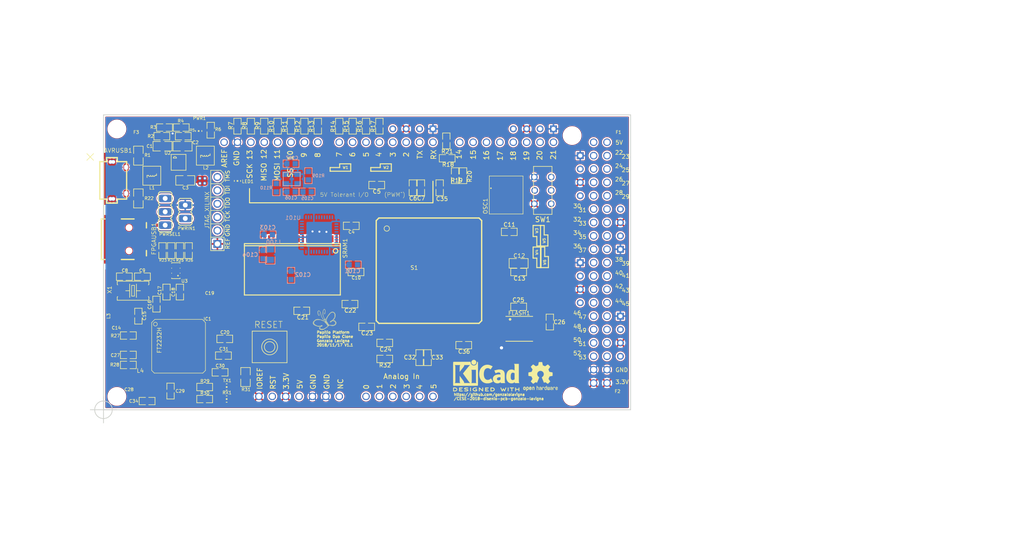
<source format=kicad_pcb>
(kicad_pcb (version 20171130) (host pcbnew "(5.0.0)")
  (title_block (title "Papillio Due - Clone") (date 2018-10-16) (rev 1.0) (company "Curso Diseño de PSBs - CESE 2018") (comment 1 "Autor Gonzalo Lavigna"))
  (layers (0 Top signal) (1 Route2 signal hide) (2 Route3 signal hide) (31 Bottom signal hide) (34 B.Paste user hide) (35 F.Paste user hide) (36 B.SilkS user hide) (37 F.SilkS user) (38 B.Mask user hide) (39 F.Mask user hide) (44 Edge.Cuts user hide))
  (net 0 "")
  (net 1 /Arduino/5V_ARDUINO)
  (net 2 /Arduino/D-)
  (net 3 /Arduino/D+)
  (net 4 /Arduino/USBID)
  (net 5 GND)
  (net 6 +3V3)
  (net 7 +1V2)
  (net 8 +5V)
  (net 9 "Net-(C22-Pad2)")
  (net 10 "Net-(C8-Pad1)")
  (net 11 "Net-(C9-Pad1)")
  (net 12 "Net-(C14-Pad+)")
  (net 13 +1V8)
  (net 14 /Arduino/AREF)
  (net 15 /Arduino/UCAP)
  (net 16 /Arduino/AVCC)
  (net 17 /Arduino/XTAL2)
  (net 18 /Arduino/XTAL1)
  (net 19 /FPGA/FPGA-CORE/FLASH_CS)
  (net 20 /FPGA/FPGA-CORE/FLASH_SO)
  (net 21 /FPGA/FPGA-CORE/FLASH_SI)
  (net 22 /FPGA/FPGA-CORE/FLASH_SCK)
  (net 23 /FT2232H/FTUSB_P)
  (net 24 /FT2232H/FTUSB_N)
  (net 25 "Net-(FPGAUSB1-PadID)")
  (net 26 /FT2232H/5V_FT2232)
  (net 27 /FPGA/AD1-JTAG_TDI)
  (net 28 /FPGA/AD2-JTAG_TDO)
  (net 29 /FPGA/AD3-JTAG_TMS)
  (net 30 /FPGA/AD4-DTR)
  (net 31 /FT2232H/AD5)
  (net 32 /FT2232H/AD6)
  (net 33 /FT2232H/AD7)
  (net 34 /FT2232H/AC0)
  (net 35 /FT2232H/AC1)
  (net 36 /FT2232H/AC2)
  (net 37 /FT2232H/AC3)
  (net 38 /FT2232H/AC4)
  (net 39 /FT2232H/AC5)
  (net 40 /FT2232H/EECS)
  (net 41 /FT2232H/EECLK)
  (net 42 /FT2232H/EEDATA)
  (net 43 /FT2232H/~PWEREN)
  (net 44 /FT2232H/BC7)
  (net 45 /FT2232H/BC6)
  (net 46 /FT2232H/BC5)
  (net 47 /FT2232H/BC4)
  (net 48 /FT2232H/BC3)
  (net 49 /FT2232H/BC2)
  (net 50 /FT2232H/BC1)
  (net 51 /FT2232H/AC6)
  (net 52 /FT2232H/AC7)
  (net 53 /FT2232H/~SUSPEND)
  (net 54 /FPGA/BD0_TXD/MPSSE_TCK)
  (net 55 /FPGA/BD1_RXD/MPSSE_TDI)
  (net 56 /FPGA/BD2_MPSSE_TDO)
  (net 57 /FPGA/BD3_MPSSE_TMS)
  (net 58 /FPGA/BD4-DTR)
  (net 59 /FT2232H/BD5)
  (net 60 /FT2232H/BD6)
  (net 61 /FT2232H/BD7)
  (net 62 /FT2232H/BC0)
  (net 63 /FPGA/AD0-JTAG_TCK)
  (net 64 /FT2232H/~RESET)
  (net 65 "Net-(IC1-Pad9)")
  (net 66 "Net-(IC1-Pad6)")
  (net 67 "Net-(L1-Pad1)")
  (net 68 "Net-(L2-Pad1)")
  (net 69 "Net-(LED1-PadA)")
  (net 70 /FPGA/FPGA-CORE/OSC_IN)
  (net 71 "Net-(PWR1-PadA)")
  (net 72 /Arduino/AVRUSB_N)
  (net 73 "Net-(R2-Pad1)")
  (net 74 "Net-(R4-Pad1)")
  (net 75 /Arduino/ATMEGA_IO13*)
  (net 76 /FPGA/FPGA-CORE/MEGA_D13)
  (net 77 "Net-(R8-Pad1)")
  (net 78 "Net-(R9-Pad1)")
  (net 79 /FPGA/FPGA-CORE/MEGA_D12)
  (net 80 /FPGA/FPGA-CORE/MEGA_D11)
  (net 81 "Net-(R10-Pad1)")
  (net 82 /FPGA/FPGA-CORE/MEGA_D10)
  (net 83 "Net-(R11-Pad1)")
  (net 84 /FPGA/FPGA-CORE/MEGA_D9)
  (net 85 "Net-(R12-Pad1)")
  (net 86 "Net-(R13-Pad1)")
  (net 87 /FPGA/FPGA-CORE/MEGA_D8)
  (net 88 /FPGA/FPGA-CORE/MEGA_D7)
  (net 89 "Net-(R14-Pad1)")
  (net 90 "Net-(R15-Pad1)")
  (net 91 /FPGA/FPGA-CORE/MEGA_D6)
  (net 92 /FPGA/FPGA-CORE/MEGA_D5)
  (net 93 "Net-(R16-Pad1)")
  (net 94 "Net-(R17-Pad1)")
  (net 95 /FPGA/FPGA-CORE/MEGA_D4)
  (net 96 /FPGA/FPGA-CORE/MEGA_D3)
  (net 97 "Net-(R18-Pad1)")
  (net 98 /FPGA/FPGA-CORE/MEGA_D2)
  (net 99 "Net-(R19-Pad1)")
  (net 100 "Net-(R20-Pad1)")
  (net 101 /FPGA/FPGA-CORE/MEGA_D1)
  (net 102 "Net-(R21-Pad1)")
  (net 103 /FPGA/FPGA-CORE/MEGA_D0)
  (net 104 /Arduino/AVRUSB_P)
  (net 105 "Net-(R25-Pad2)")
  (net 106 "Net-(R29-Pad1)")
  (net 107 "Net-(R30-Pad1)")
  (net 108 "Net-(R31-Pad1)")
  (net 109 /FPGA/FPGA-CORE/MEGA_D53)
  (net 110 /Arduino/ARD_RESET)
  (net 111 /FPGA/FPGA-CORE/SRAM_A7)
  (net 112 /FPGA/FPGA-CORE/SRAM_A6)
  (net 113 /FPGA/FPGA-CORE/SRAM_A5)
  (net 114 /FPGA/FPGA-CORE/~SRAM_WE)
  (net 115 /FPGA/FPGA-CORE/SRAM_A0)
  (net 116 /FPGA/FPGA-CORE/SRAM_A1)
  (net 117 /FPGA/FPGA-CORE/SRAM_A2)
  (net 118 /FPGA/FPGA-CORE/SRAM_A3)
  (net 119 /FPGA/FPGA-CORE/SRAM_A4)
  (net 120 /FPGA/FPGA-CORE/~SRAM_CS)
  (net 121 /FPGA/FPGA-CORE/SRAM_D0)
  (net 122 /FPGA/FPGA-CORE/SRAM_D1)
  (net 123 /FPGA/FPGA-CORE/SRAM_D2)
  (net 124 /FPGA/FPGA-CORE/SRAM_D3)
  (net 125 /FPGA/FPGA-CORE/SRAM_D4)
  (net 126 /FPGA/FPGA-CORE/SRAM_D5)
  (net 127 /FPGA/FPGA-CORE/SRAM_D6)
  (net 128 /FPGA/FPGA-CORE/SRAM_D7)
  (net 129 /FPGA/FPGA-CORE/~SRAM_OE)
  (net 130 /FPGA/FPGA-CORE/SRAM_A15)
  (net 131 /FPGA/FPGA-CORE/SRAM_A16)
  (net 132 /FPGA/FPGA-CORE/SRAM_A20)
  (net 133 /FPGA/FPGA-CORE/SRAM_A18)
  (net 134 /FPGA/FPGA-CORE/SRAM_A17)
  (net 135 /FPGA/FPGA-CORE/SRAM_A14)
  (net 136 /FPGA/FPGA-CORE/SRAM_A13)
  (net 137 /FPGA/FPGA-CORE/SRAM_A12)
  (net 138 /FPGA/FPGA-CORE/SRAM_A11)
  (net 139 /FPGA/FPGA-CORE/SRAM_A10)
  (net 140 /FPGA/FPGA-CORE/SRAM_A19)
  (net 141 /FPGA/FPGA-CORE/MEGA_D52)
  (net 142 /FPGA/FPGA-CORE/MEGA_D51)
  (net 143 /FPGA/FPGA-CORE/MEGA_D50)
  (net 144 /FPGA/FPGA-CORE/MEGA_D49)
  (net 145 /FPGA/FPGA-CORE/MEGA_D48)
  (net 146 /FPGA/FPGA-CORE/MEGA_D47)
  (net 147 /FPGA/FPGA-CORE/MEGA_D46)
  (net 148 /FPGA/FPGA-CORE/MEGA_D45)
  (net 149 /FPGA/FPGA-CORE/MEGA_D44)
  (net 150 /FPGA/FPGA-CORE/MEGA_D43)
  (net 151 /FPGA/FPGA-CORE/MEGA_D42)
  (net 152 /FPGA/FPGA-CORE/MEGA_D41)
  (net 153 /FPGA/FPGA-CORE/MEGA_D40)
  (net 154 "Net-(S1-Pad71)")
  (net 155 "Net-(S1-Pad72)")
  (net 156 /FPGA/FPGA-CORE/MEGA_D39)
  (net 157 /FPGA/FPGA-CORE/MEGA_D38)
  (net 158 /FPGA/FPGA-CORE/MEGA_D37)
  (net 159 /FPGA/FPGA-CORE/MEGA_D36)
  (net 160 /FPGA/FPGA-CORE/MEGA_D35)
  (net 161 /Arduino/MEGA_D34/A2)
  (net 162 /FPGA/FPGA-CORE/MEGA_D33)
  (net 163 /Arduino/MEGA_D32/A3)
  (net 164 /FPGA/FPGA-CORE/MEGA_D31)
  (net 165 /Arduino/MEGA_D30/A4)
  (net 166 /FPGA/FPGA-CORE/MEGA_D29)
  (net 167 /Arduino/MEGA_D28/A5)
  (net 168 /FPGA/FPGA-CORE/MEGA_D27)
  (net 169 /FPGA/FPGA-CORE/MEGA_D26)
  (net 170 /FPGA/FPGA-CORE/MEGA_D25)
  (net 171 /FPGA/FPGA-CORE/MEGA_D24)
  (net 172 /FPGA/FPGA-CORE/MEGA_D23)
  (net 173 /FPGA/FPGA-CORE/MEGA_D22)
  (net 174 /FPGA/FPGA-CORE/MEGA_D21)
  (net 175 /FPGA/FPGA-CORE/MEGA_D20)
  (net 176 /FPGA/FPGA-CORE/MEGA_D19)
  (net 177 /FPGA/FPGA-CORE/SW1)
  (net 178 /FPGA/FPGA-CORE/MEGA_D18)
  (net 179 /FPGA/FPGA-CORE/MEGA_D17)
  (net 180 /Arduino/MEGA_D16)
  (net 181 /Arduino/MEGA_D15)
  (net 182 /Arduino/MEGA_D14)
  (net 183 /FPGA/FPGA-CORE/SRAM_A9)
  (net 184 /FPGA/FPGA-CORE/SRAM_A8)
  (net 185 "Net-(SW1-PadCOM1)")
  (net 186 "Net-(SW1-PadCH1A)")
  (net 187 "Net-(SW1-PadCH1B)")
  (net 188 /Arduino/ATMEGA_A0)
  (net 189 /Arduino/ATMEGA_A1)
  (net 190 "Net-(U1-PadVIN)")
  (net 191 /Arduino/NC)
  (net 192 /Arduino/ATMEGA_IO10*)
  (net 193 /Arduino/ATMEGA_IO11*)
  (net 194 /Arduino/ATMEGA_IO12)
  (net 195 /Arduino/ATMEGA_IO9*)
  (net 196 /Arduino/ATMEGA_IO8)
  (net 197 /Arduino/ATMEGA_D7)
  (net 198 /Arduino/ATMEGA_D0/RX)
  (net 199 /Arduino/ATMEGA_D1/TX)
  (net 200 "Net-(U101-Pad22)")
  (net 201 /Arduino/ATMEGA_D6*)
  (net 202 /Arduino/ATMEGA_D5*)
  (net 203 /Arduino/ATMEGA_D4)
  (net 204 /Arduino/ATMEGA_D3)
  (net 205 /Arduino/ATMEGA_D2)
  (net 206 "Net-(U$1-PadJTAG_GND)")
  (net 207 "Net-(WING_POWER1-PadP2)")
  (net 208 "Net-(WING_POWER2-PadP2)")
  (net 209 "Net-(WING_POWER3-PadP2)")
  (net 210 "Net-(WING_POWER4-PadP2)")
  (net 211 "Net-(WING_POWER5-PadP2)")
  (net 212 "Net-(WING_POWER6-PadP2)")
  (module Papilio_DUO:6P-2CH-2.54-9.1X3.5X3.2+2H (layer Top) (at 181.8291 91.3476 90)
    (fp_text reference SW1 (at -4.956 1.572) (layer F.SilkS) (effects (font (size 0.9652 0.9652) (thickness 0.14478)) (justify right top)))
    (fp_text value SWITCH-2CH-6P-3010010P1)
    (pad COM1 thru_hole circle (at 0 1.6 180) (size 1.27 1.27) (drill 0.8128) (layers *.Cu *.Mask) (net 185 "Net-(SW1-PadCOM1)"))
    (pad COM2 thru_hole circle (at 0 -1.524 180) (size 1.27 1.27) (drill 0.8128) (layers *.Cu *.Mask) (net 177 /FPGA/FPGA-CORE/SW1))
    (pad CH1A thru_hole circle (at -2.54 1.6 180) (size 1.27 1.27) (drill 0.8128) (layers *.Cu *.Mask) (net 186 "Net-(SW1-PadCH1A)"))
    (pad CH1B thru_hole circle (at 2.54 1.6 180) (size 1.27 1.27) (drill 0.8128) (layers *.Cu *.Mask) (net 187 "Net-(SW1-PadCH1B)"))
    (pad CH2B thru_hole circle (at 2.54 -1.6 180) (size 1.27 1.27) (drill 0.8128) (layers *.Cu *.Mask) (net 5 GND))
    (pad CH2A thru_hole circle (at -2.54 -1.6 180) (size 1.27 1.27) (drill 0.8128) (layers *.Cu *.Mask) (net 6 +3V3))
  )
  (module Papilio_DUO:STAND-OFF-TIGHT (layer Top) (at 187.4011 80.9336)
    (fp_text reference U$3 hide)
    (fp_text value "" hide)
    (pad "" np_thru_hole circle (at 0 0) (size 3.048 3.048) (drill 3.048) (layers *.Cu *.Mask))
  )
  (module Papilio_DUO:STAND-OFF-TIGHT (layer Top) (at 101.0411 130.4636)
    (fp_text reference U$3 hide)
    (fp_text value "" hide)
    (pad "" np_thru_hole circle (at 0 0) (size 3.048 3.048) (drill 3.048) (layers *.Cu *.Mask))
  )
  (module Papilio_DUO:STAND-OFF-TIGHT (layer Top) (at 101.0411 79.6836)
    (fp_text reference U$3 hide)
    (fp_text value "" hide)
    (pad "" np_thru_hole circle (at 0 0) (size 3.048 3.048) (drill 3.048) (layers *.Cu *.Mask))
  )
  (module Papilio_DUO:STAND-OFF-TIGHT (layer Top) (at 187.4011 130.4636)
    (fp_text reference U$3 hide)
    (fp_text value "" hide)
    (pad "" np_thru_hole circle (at 0 0) (size 3.048 3.048) (drill 3.048) (layers *.Cu *.Mask))
  )
  (module Papilio_DUO:OSC1 (layer Top) (at 172.7867 89.722 270)
    (fp_text reference OSC1 (at 6.1816 1.3856 90) (layer F.SilkS) (effects (font (size 0.76 0.76) (thickness 0.1064)) (justify left bottom)))
    (fp_text value 32MHz hide)
    (pad 1@1 smd rect (at 0 0 270) (size 1.8 2) (layers Top F.Paste F.Mask) (net 6 +3V3))
    (pad 2@2 smd rect (at 5.08 0 270) (size 1.8 2) (layers Top F.Paste F.Mask) (net 5 GND))
    (pad 3@3 smd rect (at 5.08 -4.2 270) (size 1.8 2) (layers Top F.Paste F.Mask) (net 70 /FPGA/FPGA-CORE/OSC_IN))
    (pad 4@4 smd rect (at 0 -4.2 270) (size 1.8 2) (layers Top F.Paste F.Mask) (net 6 +3V3))
  )
  (module Papilio_DUO:CRYSTAL-3.2-2.5 (layer Bottom) (at 134.2041 89.1886)
    (fp_text reference Y1 (at -0.603 -1.985) (layer B.SilkS) (effects (font (size 0.6 0.6) (thickness 0.1)) (justify right top mirror)))
    (fp_text value "16Mhz KX-7")
    (pad 1 smd rect (at -1.15 -0.925 270) (size 1.05 1.3) (layers Bottom B.Paste B.Mask) (net 18 /Arduino/XTAL1))
    (pad 2 smd rect (at 1.15 -0.925 270) (size 1.05 1.3) (layers Bottom B.Paste B.Mask) (net 5 GND))
    (pad 3 smd rect (at 1.15 0.925 270) (size 1.05 1.3) (layers Bottom B.Paste B.Mask) (net 17 /Arduino/XTAL2))
    (pad 4 smd rect (at -1.15 0.925 270) (size 1.05 1.3) (layers Bottom B.Paste B.Mask) (net 5 GND))
  )
  (module Papilio_DUO:4X6 (layer Top) (at 104.1051 110.3976 180)
    (fp_text reference X1 (at 4.004 -0.606 90) (layer F.SilkS) (effects (font (size 0.76 0.76) (thickness 0.1064)) (justify left bottom)))
    (fp_text value 12MHz)
    (pad 1 smd rect (at -2.54 0 180) (size 2.032 2.032) (layers Top F.Paste F.Mask) (net 11 "Net-(C9-Pad1)"))
    (pad 2 smd rect (at 2.54 0 180) (size 2.032 2.032) (layers Top F.Paste F.Mask) (net 10 "Net-(C8-Pad1)"))
  )
  (module Papilio_DUO:JP2 (layer Top) (at 110.2011 95.4116 90)
    (fp_text reference PWRSEL1 (at -4.592 -1.2 180) (layer F.SilkS) (effects (font (size 0.6 0.6) (thickness 0.1)) (justify left bottom)))
    (fp_text value JP2E)
    (pad 1 thru_hole oval (at -2.54 0 180) (size 2.8448 1.4224) (drill 0.9144) (layers *.Cu *.Mask) (net 26 /FT2232H/5V_FT2232))
    (pad 2 thru_hole oval (at 0 0 180) (size 2.8448 1.4224) (drill 0.9144) (layers *.Cu *.Mask) (net 8 +5V))
    (pad 3 thru_hole oval (at 2.54 0 180) (size 2.8448 1.4224) (drill 0.9144) (layers *.Cu *.Mask) (net 1 /Arduino/5V_ARDUINO))
  )
  (module Papilio_DUO:JP1 (layer Top) (at 114.0111 95.4116)
    (fp_text reference PWRIN1 (at 1.99 2.792 180) (layer F.SilkS) (effects (font (size 0.6 0.6) (thickness 0.1)) (justify right top)))
    (fp_text value JP1E)
    (pad 1 thru_hole oval (at 0 1.27) (size 2.8448 1.4224) (drill 0.9144) (layers *.Cu *.Mask) (net 8 +5V))
    (pad 2 thru_hole oval (at 0 -1.27) (size 2.8448 1.4224) (drill 0.9144) (layers *.Cu *.Mask) (net 5 GND))
  )
  (module Papilio_DUO:CONN_USB_MINI-B (layer Top) (at 103.3431 100.6186 270)
    (fp_text reference FPGAUSB1 (at -3.215 -4.258 270) (layer F.SilkS) (effects (font (size 0.8 0.8) (thickness 0.1)) (justify right top)))
    (fp_text value CONN_USB hide)
    (pad "" np_thru_hole circle (at 2.2 0 270) (size 0.9 0.9) (drill 0.9) (layers *.Cu))
    (pad "" np_thru_hole circle (at -2.2 0 270) (size 0.9 0.9) (drill 0.9) (layers *.Cu))
    (pad VUSB smd rect (at -1.6 -2.6 270) (size 0.5 2.3) (layers Top F.Paste F.Mask) (net 26 /FT2232H/5V_FT2232))
    (pad ID smd rect (at 0.8 -2.6 270) (size 0.5 2.3) (layers Top F.Paste F.Mask) (net 25 "Net-(FPGAUSB1-PadID)"))
    (pad GND smd rect (at 1.6 -2.6 270) (size 0.5 2.3) (layers Top F.Paste F.Mask) (net 5 GND))
    (pad D- smd rect (at -0.8 -2.6 270) (size 0.5 2.3) (layers Top F.Paste F.Mask) (net 24 /FT2232H/FTUSB_N))
    (pad D+ smd rect (at 0 -2.6 270) (size 0.5 2.3) (layers Top F.Paste F.Mask) (net 23 /FT2232H/FTUSB_P))
    (pad BODY@4 smd rect (at -4.45 3 270) (size 2 2.5) (layers Top F.Paste F.Mask))
    (pad BODY@3 smd rect (at 4.45 3 270) (size 2 2.5) (layers Top F.Paste F.Mask))
    (pad BODY@2 smd rect (at 4.45 -2.5 270) (size 2 2.5) (layers Top F.Paste F.Mask))
    (pad BODY@1 smd rect (at -4.45 -2.5 270) (size 2 2.5) (layers Top F.Paste F.Mask))
  )
  (module Papilio_DUO:SOT23-6 (layer Top) (at 112.2331 106.5876 90)
    (fp_text reference U3 (at -2.316 0.968) (layer F.SilkS) (effects (font (size 0.6 0.6) (thickness 0.1)) (justify left bottom)))
    (fp_text value 93C56B)
    (pad 1 smd roundrect (at -0.95 1.3 90) (size 0.55 1.2) (layers Top F.Paste F.Mask) (roundrect_rratio 0.1) (net 105 "Net-(R25-Pad2)"))
    (pad 2 smd roundrect (at 0 1.3 90) (size 0.55 1.2) (layers Top F.Paste F.Mask) (roundrect_rratio 0.1) (net 5 GND))
    (pad 3 smd roundrect (at 0.95 1.3 90) (size 0.55 1.2) (layers Top F.Paste F.Mask) (roundrect_rratio 0.1) (net 42 /FT2232H/EEDATA))
    (pad 4 smd roundrect (at 0.95 -1.3 90) (size 0.55 1.2) (layers Top F.Paste F.Mask) (roundrect_rratio 0.1) (net 41 /FT2232H/EECLK))
    (pad 5 smd roundrect (at 0 -1.3 90) (size 0.55 1.2) (layers Top F.Paste F.Mask) (roundrect_rratio 0.1) (net 40 /FT2232H/EECS))
    (pad 6 smd roundrect (at -0.95 -1.3 90) (size 0.55 1.2) (layers Top F.Paste F.Mask) (roundrect_rratio 0.1) (net 6 +3V3))
  )
  (module Papilio_DUO:MSOP10 (layer Top) (at 112.7411 86.0136 270)
    (fp_text reference U2 (at -1.41 2.74) (layer F.SilkS) (effects (font (size 0.6 0.6) (thickness 0.1)) (justify left bottom)))
    (fp_text value LTC3419MS)
    (pad 1 smd rect (at -1 2.1 270) (size 0.28 1) (layers Top F.Paste F.Mask) (net 73 "Net-(R2-Pad1)"))
    (pad 2 smd rect (at -0.5 2.1 270) (size 0.28 1) (layers Top F.Paste F.Mask) (net 8 +5V))
    (pad 3 smd rect (at 0 2.1 270) (size 0.28 1) (layers Top F.Paste F.Mask) (net 8 +5V))
    (pad 4 smd rect (at 0.5 2.1 270) (size 0.28 1) (layers Top F.Paste F.Mask) (net 67 "Net-(L1-Pad1)"))
    (pad 5 smd rect (at 1 2.1 270) (size 0.28 1) (layers Top F.Paste F.Mask) (net 5 GND))
    (pad 6 smd rect (at 1 -2.1 90) (size 0.28 1) (layers Top F.Paste F.Mask) (net 5 GND))
    (pad 7 smd rect (at 0.5 -2.1 90) (size 0.28 1) (layers Top F.Paste F.Mask) (net 8 +5V))
    (pad 8 smd rect (at 0 -2.1 90) (size 0.28 1) (layers Top F.Paste F.Mask) (net 68 "Net-(L2-Pad1)"))
    (pad 9 smd rect (at -0.5 -2.1 90) (size 0.28 1) (layers Top F.Paste F.Mask) (net 6 +3V3))
    (pad 10 smd rect (at -1 -2.1 90) (size 0.28 1) (layers Top F.Paste F.Mask) (net 74 "Net-(R4-Pad1)"))
  )
  (module Papilio_DUO:POWER_NO_TEXT (layer Top) (at 180.0511 79.6636 270)
    (fp_text reference WING_POWER4 hide)
    (fp_text value FRAME-A4L-LOC hide)
    (pad P4 thru_hole circle (at 0 3.81 180) (size 1.308 1.308) (drill 0.8) (layers *.Cu *.Mask) (net 8 +5V))
    (pad P3 thru_hole circle (at 0 1.27 180) (size 1.308 1.308) (drill 0.8) (layers *.Cu *.Mask) (net 6 +3V3))
    (pad P2 thru_hole circle (at 0 -1.27 180) (size 1.308 1.308) (drill 0.8) (layers *.Cu *.Mask) (net 210 "Net-(WING_POWER4-PadP2)"))
    (pad P1 thru_hole rect (at 0 -3.81 180) (size 1.308 1.308) (drill 0.8) (layers *.Cu *.Mask) (net 5 GND))
  )
  (module Papilio_DUO:SO08-EIAJ (layer Top) (at 177.3841 117.6366 270)
    (fp_text reference FLASH1 (at -2.533 2.183) (layer F.SilkS) (effects (font (size 0.76 0.76) (thickness 0.1064)) (justify left bottom)))
    (fp_text value FLASH-SPI-25XXSMD1)
    (pad 1 smd rect (at -1.905 3.3782 270) (size 0.6096 2.2098) (layers Top F.Paste F.Mask) (net 19 /FPGA/FPGA-CORE/FLASH_CS))
    (pad 2 smd rect (at -0.635 3.3782 270) (size 0.6096 2.2098) (layers Top F.Paste F.Mask) (net 20 /FPGA/FPGA-CORE/FLASH_SO))
    (pad 3 smd rect (at 0.635 3.3782 270) (size 0.6096 2.2098) (layers Top F.Paste F.Mask) (net 6 +3V3))
    (pad 4 smd rect (at 1.905 3.3782 270) (size 0.6096 2.2098) (layers Top F.Paste F.Mask) (net 5 GND))
    (pad 5 smd rect (at 1.905 -3.3528 270) (size 0.6096 2.2098) (layers Top F.Paste F.Mask) (net 21 /FPGA/FPGA-CORE/FLASH_SI))
    (pad 6 smd rect (at 0.635 -3.3528 270) (size 0.6096 2.2098) (layers Top F.Paste F.Mask) (net 22 /FPGA/FPGA-CORE/FLASH_SCK))
    (pad 7 smd rect (at -0.635 -3.3528 270) (size 0.6096 2.2098) (layers Top F.Paste F.Mask) (net 6 +3V3))
    (pad 8 smd rect (at -1.905 -3.3528 270) (size 0.6096 2.2098) (layers Top F.Paste F.Mask) (net 6 +3V3))
  )
  (module Papilio_DUO:EVQ-Q2 (layer Top) (at 130.0131 121.0656)
    (fp_text reference RESET (at -3 -3.5) (layer F.SilkS) (effects (font (size 1.2065 1.2065) (thickness 0.1016)) (justify left bottom)))
    (fp_text value EVQQ2)
    (pad A smd rect (at -3.4 2) (size 3.2 1.2) (layers Top F.Paste F.Mask) (net 108 "Net-(R31-Pad1)"))
    (pad A' smd rect (at 3.4 2) (size 3.2 1.2) (layers Top F.Paste F.Mask) (net 108 "Net-(R31-Pad1)"))
    (pad B' smd rect (at 3.4 -2) (size 3.2 1.2) (layers Top F.Paste F.Mask) (net 5 GND))
    (pad B smd rect (at -3.4 -2) (size 3.2 1.2) (layers Top F.Paste F.Mask) (net 5 GND))
  )
  (module Papilio_DUO:TSOP44-II (layer Top) (at 134.3311 106.3336 180)
    (fp_text reference SRAM1 (at -9.57 5.93 90) (layer F.SilkS) (effects (font (size 0.76 0.76) (thickness 0.1064)) (justify right top)))
    (fp_text value ISSI_SRAM_8BIT)
    (pad 44 smd rect (at -8.4 -5.8) (size 0.4 1.3) (layers Top F.Paste F.Mask))
    (pad 43 smd rect (at -7.6 -5.8) (size 0.4 1.3) (layers Top F.Paste F.Mask))
    (pad 42 smd rect (at -6.8 -5.8) (size 0.4 1.3) (layers Top F.Paste F.Mask) (net 132 /FPGA/FPGA-CORE/SRAM_A20))
    (pad 41 smd rect (at -6 -5.8) (size 0.4 1.3) (layers Top F.Paste F.Mask) (net 133 /FPGA/FPGA-CORE/SRAM_A18))
    (pad 40 smd rect (at -5.2 -5.8) (size 0.4 1.3) (layers Top F.Paste F.Mask) (net 134 /FPGA/FPGA-CORE/SRAM_A17))
    (pad 39 smd rect (at -4.4 -5.8) (size 0.4 1.3) (layers Top F.Paste F.Mask) (net 131 /FPGA/FPGA-CORE/SRAM_A16))
    (pad 38 smd rect (at -3.6 -5.8) (size 0.4 1.3) (layers Top F.Paste F.Mask) (net 130 /FPGA/FPGA-CORE/SRAM_A15))
    (pad 37 smd rect (at -2.8 -5.8) (size 0.4 1.3) (layers Top F.Paste F.Mask) (net 129 /FPGA/FPGA-CORE/~SRAM_OE))
    (pad 36 smd rect (at -2 -5.8) (size 0.4 1.3) (layers Top F.Paste F.Mask) (net 128 /FPGA/FPGA-CORE/SRAM_D7))
    (pad 35 smd rect (at -1.2 -5.8) (size 0.4 1.3) (layers Top F.Paste F.Mask) (net 127 /FPGA/FPGA-CORE/SRAM_D6))
    (pad 34 smd rect (at -0.4 -5.8) (size 0.4 1.3) (layers Top F.Paste F.Mask) (net 5 GND))
    (pad 33 smd rect (at 0.4 -5.8) (size 0.4 1.3) (layers Top F.Paste F.Mask) (net 6 +3V3))
    (pad 32 smd rect (at 1.2 -5.8) (size 0.4 1.3) (layers Top F.Paste F.Mask) (net 126 /FPGA/FPGA-CORE/SRAM_D5))
    (pad 31 smd rect (at 2 -5.8) (size 0.4 1.3) (layers Top F.Paste F.Mask) (net 125 /FPGA/FPGA-CORE/SRAM_D4))
    (pad 30 smd rect (at 2.8 -5.8) (size 0.4 1.3) (layers Top F.Paste F.Mask) (net 135 /FPGA/FPGA-CORE/SRAM_A14))
    (pad 29 smd rect (at 3.6 -5.8) (size 0.4 1.3) (layers Top F.Paste F.Mask) (net 136 /FPGA/FPGA-CORE/SRAM_A13))
    (pad 28 smd rect (at 4.4 -5.8) (size 0.4 1.3) (layers Top F.Paste F.Mask) (net 137 /FPGA/FPGA-CORE/SRAM_A12))
    (pad 27 smd rect (at 5.2 -5.8) (size 0.4 1.3) (layers Top F.Paste F.Mask) (net 138 /FPGA/FPGA-CORE/SRAM_A11))
    (pad 26 smd rect (at 6 -5.8) (size 0.4 1.3) (layers Top F.Paste F.Mask) (net 139 /FPGA/FPGA-CORE/SRAM_A10))
    (pad 25 smd rect (at 6.8 -5.8) (size 0.4 1.3) (layers Top F.Paste F.Mask) (net 140 /FPGA/FPGA-CORE/SRAM_A19))
    (pad 24 smd rect (at 7.6 -5.8) (size 0.4 1.3) (layers Top F.Paste F.Mask))
    (pad 23 smd rect (at 8.4 -5.8) (size 0.4 1.3) (layers Top F.Paste F.Mask))
    (pad 22 smd rect (at 8.4 5.8 180) (size 0.4 1.3) (layers Top F.Paste F.Mask))
    (pad 21 smd rect (at 7.6 5.8 180) (size 0.4 1.3) (layers Top F.Paste F.Mask))
    (pad 20 smd rect (at 6.8 5.8 180) (size 0.4 1.3) (layers Top F.Paste F.Mask) (net 183 /FPGA/FPGA-CORE/SRAM_A9))
    (pad 19 smd rect (at 6 5.8 180) (size 0.4 1.3) (layers Top F.Paste F.Mask) (net 184 /FPGA/FPGA-CORE/SRAM_A8))
    (pad 18 smd rect (at 5.2 5.8 180) (size 0.4 1.3) (layers Top F.Paste F.Mask) (net 111 /FPGA/FPGA-CORE/SRAM_A7))
    (pad 17 smd rect (at 4.4 5.8 180) (size 0.4 1.3) (layers Top F.Paste F.Mask) (net 112 /FPGA/FPGA-CORE/SRAM_A6))
    (pad 16 smd rect (at 3.6 5.8 180) (size 0.4 1.3) (layers Top F.Paste F.Mask) (net 113 /FPGA/FPGA-CORE/SRAM_A5))
    (pad 15 smd rect (at 2.8 5.8 180) (size 0.4 1.3) (layers Top F.Paste F.Mask) (net 114 /FPGA/FPGA-CORE/~SRAM_WE))
    (pad 14 smd rect (at 2 5.8 180) (size 0.4 1.3) (layers Top F.Paste F.Mask) (net 124 /FPGA/FPGA-CORE/SRAM_D3))
    (pad 13 smd rect (at 1.2 5.8 180) (size 0.4 1.3) (layers Top F.Paste F.Mask) (net 123 /FPGA/FPGA-CORE/SRAM_D2))
    (pad 12 smd rect (at 0.4 5.8 180) (size 0.4 1.3) (layers Top F.Paste F.Mask) (net 5 GND))
    (pad 11 smd rect (at -0.4 5.8 180) (size 0.4 1.3) (layers Top F.Paste F.Mask) (net 6 +3V3))
    (pad 10 smd rect (at -1.2 5.8 180) (size 0.4 1.3) (layers Top F.Paste F.Mask) (net 122 /FPGA/FPGA-CORE/SRAM_D1))
    (pad 9 smd rect (at -2 5.8 180) (size 0.4 1.3) (layers Top F.Paste F.Mask) (net 121 /FPGA/FPGA-CORE/SRAM_D0))
    (pad 8 smd rect (at -2.8 5.8 180) (size 0.4 1.3) (layers Top F.Paste F.Mask) (net 120 /FPGA/FPGA-CORE/~SRAM_CS))
    (pad 7 smd rect (at -3.6 5.8 180) (size 0.4 1.3) (layers Top F.Paste F.Mask) (net 119 /FPGA/FPGA-CORE/SRAM_A4))
    (pad 6 smd rect (at -4.4 5.8 180) (size 0.4 1.3) (layers Top F.Paste F.Mask) (net 118 /FPGA/FPGA-CORE/SRAM_A3))
    (pad 5 smd rect (at -5.2 5.8 180) (size 0.4 1.3) (layers Top F.Paste F.Mask) (net 117 /FPGA/FPGA-CORE/SRAM_A2))
    (pad 4 smd rect (at -6 5.8 180) (size 0.4 1.3) (layers Top F.Paste F.Mask) (net 116 /FPGA/FPGA-CORE/SRAM_A1))
    (pad 3 smd rect (at -6.8 5.8 180) (size 0.4 1.3) (layers Top F.Paste F.Mask) (net 115 /FPGA/FPGA-CORE/SRAM_A0))
    (pad 2 smd rect (at -7.6 5.8 180) (size 0.4 1.3) (layers Top F.Paste F.Mask))
    (pad 1 smd rect (at -8.4 5.8 180) (size 0.4 1.3) (layers Top F.Paste F.Mask))
  )
  (module Papilio_DUO:TQ144 (layer Top) (at 160.2391 106.5876)
    (fp_text reference S1 (at -2 -1) (layer F.SilkS) (effects (font (size 0.76 0.76) (thickness 0.1064)) (justify right top)))
    (fp_text value 6SLX9TQG144)
    (pad 144 smd rect (at -8.75 -11.1 90) (size 1.6 0.3) (layers Top F.Paste F.Mask) (net 6 +3V3))
    (pad 143 smd rect (at -8.25 -11.1 90) (size 1.6 0.3) (layers Top F.Paste F.Mask) (net 184 /FPGA/FPGA-CORE/SRAM_A8))
    (pad 142 smd rect (at -7.75 -11.1 90) (size 1.6 0.3) (layers Top F.Paste F.Mask) (net 183 /FPGA/FPGA-CORE/SRAM_A9))
    (pad 141 smd rect (at -7.25 -11.1 90) (size 1.6 0.3) (layers Top F.Paste F.Mask) (net 55 /FPGA/BD1_RXD/MPSSE_TDI))
    (pad 140 smd rect (at -6.75 -11.1 90) (size 1.6 0.3) (layers Top F.Paste F.Mask) (net 56 /FPGA/BD2_MPSSE_TDO))
    (pad 139 smd rect (at -6.25 -11.1 90) (size 1.6 0.3) (layers Top F.Paste F.Mask) (net 110 /Arduino/ARD_RESET))
    (pad 138 smd rect (at -5.75 -11.1 90) (size 1.6 0.3) (layers Top F.Paste F.Mask) (net 57 /FPGA/BD3_MPSSE_TMS))
    (pad 137 smd rect (at -5.25 -11.1 90) (size 1.6 0.3) (layers Top F.Paste F.Mask) (net 58 /FPGA/BD4-DTR))
    (pad 136 smd rect (at -4.75 -11.1 90) (size 1.6 0.3) (layers Top F.Paste F.Mask) (net 5 GND))
    (pad 135 smd rect (at -4.25 -11.1 90) (size 1.6 0.3) (layers Top F.Paste F.Mask) (net 6 +3V3))
    (pad 134 smd rect (at -3.75 -11.1 90) (size 1.6 0.3) (layers Top F.Paste F.Mask) (net 76 /FPGA/FPGA-CORE/MEGA_D13))
    (pad 133 smd rect (at -3.25 -11.1 90) (size 1.6 0.3) (layers Top F.Paste F.Mask) (net 79 /FPGA/FPGA-CORE/MEGA_D12))
    (pad 132 smd rect (at -2.75 -11.1 90) (size 1.6 0.3) (layers Top F.Paste F.Mask) (net 80 /FPGA/FPGA-CORE/MEGA_D11))
    (pad 131 smd rect (at -2.25 -11.1 90) (size 1.6 0.3) (layers Top F.Paste F.Mask) (net 82 /FPGA/FPGA-CORE/MEGA_D10))
    (pad 130 smd rect (at -1.75 -11.1 90) (size 1.6 0.3) (layers Top F.Paste F.Mask) (net 5 GND))
    (pad 129 smd rect (at -1.25 -11.1 90) (size 1.6 0.3) (layers Top F.Paste F.Mask) (net 6 +3V3))
    (pad 128 smd rect (at -0.75 -11.1 90) (size 1.6 0.3) (layers Top F.Paste F.Mask) (net 7 +1V2))
    (pad 127 smd rect (at -0.25 -11.1 90) (size 1.6 0.3) (layers Top F.Paste F.Mask) (net 84 /FPGA/FPGA-CORE/MEGA_D9))
    (pad 126 smd rect (at 0.25 -11.1 90) (size 1.6 0.3) (layers Top F.Paste F.Mask) (net 87 /FPGA/FPGA-CORE/MEGA_D8))
    (pad 125 smd rect (at 0.75 -11.1 90) (size 1.6 0.3) (layers Top F.Paste F.Mask) (net 6 +3V3))
    (pad 124 smd rect (at 1.25 -11.1 90) (size 1.6 0.3) (layers Top F.Paste F.Mask) (net 88 /FPGA/FPGA-CORE/MEGA_D7))
    (pad 123 smd rect (at 1.75 -11.1 90) (size 1.6 0.3) (layers Top F.Paste F.Mask) (net 91 /FPGA/FPGA-CORE/MEGA_D6))
    (pad 122 smd rect (at 2.25 -11.1 90) (size 1.6 0.3) (layers Top F.Paste F.Mask) (net 6 +3V3))
    (pad 121 smd rect (at 2.75 -11.1 90) (size 1.6 0.3) (layers Top F.Paste F.Mask) (net 92 /FPGA/FPGA-CORE/MEGA_D5))
    (pad 120 smd rect (at 3.25 -11.1 90) (size 1.6 0.3) (layers Top F.Paste F.Mask) (net 95 /FPGA/FPGA-CORE/MEGA_D4))
    (pad 119 smd rect (at 3.75 -11.1 90) (size 1.6 0.3) (layers Top F.Paste F.Mask) (net 96 /FPGA/FPGA-CORE/MEGA_D3))
    (pad 118 smd rect (at 4.25 -11.1 90) (size 1.6 0.3) (layers Top F.Paste F.Mask) (net 98 /FPGA/FPGA-CORE/MEGA_D2))
    (pad 117 smd rect (at 4.75 -11.1 90) (size 1.6 0.3) (layers Top F.Paste F.Mask) (net 101 /FPGA/FPGA-CORE/MEGA_D1))
    (pad 116 smd rect (at 5.25 -11.1 90) (size 1.6 0.3) (layers Top F.Paste F.Mask) (net 103 /FPGA/FPGA-CORE/MEGA_D0))
    (pad 115 smd rect (at 5.75 -11.1 90) (size 1.6 0.3) (layers Top F.Paste F.Mask) (net 182 /Arduino/MEGA_D14))
    (pad 114 smd rect (at 6.25 -11.1 90) (size 1.6 0.3) (layers Top F.Paste F.Mask) (net 181 /Arduino/MEGA_D15))
    (pad 113 smd rect (at 6.75 -11.1 90) (size 1.6 0.3) (layers Top F.Paste F.Mask) (net 5 GND))
    (pad 112 smd rect (at 7.25 -11.1 90) (size 1.6 0.3) (layers Top F.Paste F.Mask) (net 180 /Arduino/MEGA_D16))
    (pad 111 smd rect (at 7.75 -11.1 90) (size 1.6 0.3) (layers Top F.Paste F.Mask) (net 179 /FPGA/FPGA-CORE/MEGA_D17))
    (pad 110 smd rect (at 8.25 -11.1 90) (size 1.6 0.3) (layers Top F.Paste F.Mask) (net 27 /FPGA/AD1-JTAG_TDI))
    (pad 109 smd rect (at 8.75 -11.1 90) (size 1.6 0.3) (layers Top F.Paste F.Mask) (net 63 /FPGA/AD0-JTAG_TCK))
    (pad 108 smd rect (at 11.1 -8.75) (size 1.6 0.3) (layers Top F.Paste F.Mask) (net 5 GND))
    (pad 107 smd rect (at 11.1 -8.25) (size 1.6 0.3) (layers Top F.Paste F.Mask) (net 29 /FPGA/AD3-JTAG_TMS))
    (pad 106 smd rect (at 11.1 -7.75) (size 1.6 0.3) (layers Top F.Paste F.Mask) (net 28 /FPGA/AD2-JTAG_TDO))
    (pad 105 smd rect (at 11.1 -7.25) (size 1.6 0.3) (layers Top F.Paste F.Mask) (net 178 /FPGA/FPGA-CORE/MEGA_D18))
    (pad 104 smd rect (at 11.1 -6.75) (size 1.6 0.3) (layers Top F.Paste F.Mask) (net 177 /FPGA/FPGA-CORE/SW1))
    (pad 103 smd rect (at 11.1 -6.25) (size 1.6 0.3) (layers Top F.Paste F.Mask) (net 6 +3V3))
    (pad 102 smd rect (at 11.1 -5.75) (size 1.6 0.3) (layers Top F.Paste F.Mask) (net 176 /FPGA/FPGA-CORE/MEGA_D19))
    (pad 101 smd rect (at 11.1 -5.25) (size 1.6 0.3) (layers Top F.Paste F.Mask) (net 175 /FPGA/FPGA-CORE/MEGA_D20))
    (pad 100 smd rect (at 11.1 -4.75) (size 1.6 0.3) (layers Top F.Paste F.Mask) (net 174 /FPGA/FPGA-CORE/MEGA_D21))
    (pad 99 smd rect (at 11.1 -4.25) (size 1.6 0.3) (layers Top F.Paste F.Mask) (net 173 /FPGA/FPGA-CORE/MEGA_D22))
    (pad 98 smd rect (at 11.1 -3.75) (size 1.6 0.3) (layers Top F.Paste F.Mask) (net 172 /FPGA/FPGA-CORE/MEGA_D23))
    (pad 97 smd rect (at 11.1 -3.25) (size 1.6 0.3) (layers Top F.Paste F.Mask) (net 171 /FPGA/FPGA-CORE/MEGA_D24))
    (pad 96 smd rect (at 11.1 -2.75) (size 1.6 0.3) (layers Top F.Paste F.Mask) (net 5 GND))
    (pad 95 smd rect (at 11.1 -2.25) (size 1.6 0.3) (layers Top F.Paste F.Mask) (net 170 /FPGA/FPGA-CORE/MEGA_D25))
    (pad 94 smd rect (at 11.1 -1.75) (size 1.6 0.3) (layers Top F.Paste F.Mask) (net 70 /FPGA/FPGA-CORE/OSC_IN))
    (pad 93 smd rect (at 11.1 -1.25) (size 1.6 0.3) (layers Top F.Paste F.Mask) (net 169 /FPGA/FPGA-CORE/MEGA_D26))
    (pad 92 smd rect (at 11.1 -0.75) (size 1.6 0.3) (layers Top F.Paste F.Mask) (net 168 /FPGA/FPGA-CORE/MEGA_D27))
    (pad 91 smd rect (at 11.1 -0.25) (size 1.6 0.3) (layers Top F.Paste F.Mask) (net 5 GND))
    (pad 90 smd rect (at 11.1 0.25) (size 1.6 0.3) (layers Top F.Paste F.Mask) (net 6 +3V3))
    (pad 89 smd rect (at 11.1 0.75) (size 1.6 0.3) (layers Top F.Paste F.Mask) (net 7 +1V2))
    (pad 88 smd rect (at 11.1 1.25) (size 1.6 0.3) (layers Top F.Paste F.Mask) (net 167 /Arduino/MEGA_D28/A5))
    (pad 87 smd rect (at 11.1 1.75) (size 1.6 0.3) (layers Top F.Paste F.Mask) (net 166 /FPGA/FPGA-CORE/MEGA_D29))
    (pad 86 smd rect (at 11.1 2.25) (size 1.6 0.3) (layers Top F.Paste F.Mask) (net 6 +3V3))
    (pad 85 smd rect (at 11.1 2.75) (size 1.6 0.3) (layers Top F.Paste F.Mask) (net 165 /Arduino/MEGA_D30/A4))
    (pad 84 smd rect (at 11.1 3.25) (size 1.6 0.3) (layers Top F.Paste F.Mask) (net 164 /FPGA/FPGA-CORE/MEGA_D31))
    (pad 83 smd rect (at 11.1 3.75) (size 1.6 0.3) (layers Top F.Paste F.Mask) (net 163 /Arduino/MEGA_D32/A3))
    (pad 82 smd rect (at 11.1 4.25) (size 1.6 0.3) (layers Top F.Paste F.Mask) (net 162 /FPGA/FPGA-CORE/MEGA_D33))
    (pad 81 smd rect (at 11.1 4.75) (size 1.6 0.3) (layers Top F.Paste F.Mask) (net 161 /Arduino/MEGA_D34/A2))
    (pad 80 smd rect (at 11.1 5.25) (size 1.6 0.3) (layers Top F.Paste F.Mask) (net 160 /FPGA/FPGA-CORE/MEGA_D35))
    (pad 79 smd rect (at 11.1 5.75) (size 1.6 0.3) (layers Top F.Paste F.Mask) (net 159 /FPGA/FPGA-CORE/MEGA_D36))
    (pad 78 smd rect (at 11.1 6.25) (size 1.6 0.3) (layers Top F.Paste F.Mask) (net 158 /FPGA/FPGA-CORE/MEGA_D37))
    (pad 77 smd rect (at 11.1 6.75) (size 1.6 0.3) (layers Top F.Paste F.Mask) (net 5 GND))
    (pad 76 smd rect (at 11.1 7.25) (size 1.6 0.3) (layers Top F.Paste F.Mask) (net 6 +3V3))
    (pad 75 smd rect (at 11.1 7.75) (size 1.6 0.3) (layers Top F.Paste F.Mask) (net 157 /FPGA/FPGA-CORE/MEGA_D38))
    (pad 74 smd rect (at 11.1 8.25) (size 1.6 0.3) (layers Top F.Paste F.Mask) (net 156 /FPGA/FPGA-CORE/MEGA_D39))
    (pad 73 smd rect (at 11.1 8.75) (size 1.6 0.3) (layers Top F.Paste F.Mask) (net 5 GND))
    (pad 72 smd rect (at 8.75 11.1 90) (size 1.6 0.3) (layers Top F.Paste F.Mask) (net 155 "Net-(S1-Pad72)"))
    (pad 71 smd rect (at 8.25 11.1 90) (size 1.6 0.3) (layers Top F.Paste F.Mask) (net 154 "Net-(S1-Pad71)"))
    (pad 70 smd rect (at 7.75 11.1 90) (size 1.6 0.3) (layers Top F.Paste F.Mask) (net 22 /FPGA/FPGA-CORE/FLASH_SCK))
    (pad 69 smd rect (at 7.25 11.1 90) (size 1.6 0.3) (layers Top F.Paste F.Mask) (net 6 +3V3))
    (pad 68 smd rect (at 6.75 11.1 90) (size 1.6 0.3) (layers Top F.Paste F.Mask) (net 5 GND))
    (pad 67 smd rect (at 6.25 11.1 90) (size 1.6 0.3) (layers Top F.Paste F.Mask) (net 153 /FPGA/FPGA-CORE/MEGA_D40))
    (pad 66 smd rect (at 5.75 11.1 90) (size 1.6 0.3) (layers Top F.Paste F.Mask) (net 152 /FPGA/FPGA-CORE/MEGA_D41))
    (pad 65 smd rect (at 5.25 11.1 90) (size 1.6 0.3) (layers Top F.Paste F.Mask) (net 20 /FPGA/FPGA-CORE/FLASH_SO))
    (pad 64 smd rect (at 4.75 11.1 90) (size 1.6 0.3) (layers Top F.Paste F.Mask) (net 21 /FPGA/FPGA-CORE/FLASH_SI))
    (pad 63 smd rect (at 4.25 11.1 90) (size 1.6 0.3) (layers Top F.Paste F.Mask) (net 6 +3V3))
    (pad 62 smd rect (at 3.75 11.1 90) (size 1.6 0.3) (layers Top F.Paste F.Mask) (net 151 /FPGA/FPGA-CORE/MEGA_D42))
    (pad 61 smd rect (at 3.25 11.1 90) (size 1.6 0.3) (layers Top F.Paste F.Mask) (net 150 /FPGA/FPGA-CORE/MEGA_D43))
    (pad 60 smd rect (at 2.75 11.1 90) (size 1.6 0.3) (layers Top F.Paste F.Mask) (net 5 GND))
    (pad 59 smd rect (at 2.25 11.1 90) (size 1.6 0.3) (layers Top F.Paste F.Mask) (net 149 /FPGA/FPGA-CORE/MEGA_D44))
    (pad 58 smd rect (at 1.75 11.1 90) (size 1.6 0.3) (layers Top F.Paste F.Mask) (net 148 /FPGA/FPGA-CORE/MEGA_D45))
    (pad 57 smd rect (at 1.25 11.1 90) (size 1.6 0.3) (layers Top F.Paste F.Mask) (net 147 /FPGA/FPGA-CORE/MEGA_D46))
    (pad 56 smd rect (at 0.75 11.1 90) (size 1.6 0.3) (layers Top F.Paste F.Mask) (net 146 /FPGA/FPGA-CORE/MEGA_D47))
    (pad 55 smd rect (at 0.25 11.1 90) (size 1.6 0.3) (layers Top F.Paste F.Mask) (net 145 /FPGA/FPGA-CORE/MEGA_D48))
    (pad 54 smd rect (at -0.25 11.1 90) (size 1.6 0.3) (layers Top F.Paste F.Mask) (net 5 GND))
    (pad 53 smd rect (at -0.75 11.1 90) (size 1.6 0.3) (layers Top F.Paste F.Mask) (net 6 +3V3))
    (pad 52 smd rect (at -1.25 11.1 90) (size 1.6 0.3) (layers Top F.Paste F.Mask) (net 7 +1V2))
    (pad 51 smd rect (at -1.75 11.1 90) (size 1.6 0.3) (layers Top F.Paste F.Mask) (net 144 /FPGA/FPGA-CORE/MEGA_D49))
    (pad 50 smd rect (at -2.25 11.1 90) (size 1.6 0.3) (layers Top F.Paste F.Mask) (net 143 /FPGA/FPGA-CORE/MEGA_D50))
    (pad 49 smd rect (at -2.75 11.1 90) (size 1.6 0.3) (layers Top F.Paste F.Mask) (net 5 GND))
    (pad 48 smd rect (at -3.25 11.1 90) (size 1.6 0.3) (layers Top F.Paste F.Mask) (net 142 /FPGA/FPGA-CORE/MEGA_D51))
    (pad 47 smd rect (at -3.75 11.1 90) (size 1.6 0.3) (layers Top F.Paste F.Mask) (net 141 /FPGA/FPGA-CORE/MEGA_D52))
    (pad 46 smd rect (at -4.25 11.1 90) (size 1.6 0.3) (layers Top F.Paste F.Mask) (net 54 /FPGA/BD0_TXD/MPSSE_TCK))
    (pad 45 smd rect (at -4.75 11.1 90) (size 1.6 0.3) (layers Top F.Paste F.Mask) (net 30 /FPGA/AD4-DTR))
    (pad 44 smd rect (at -5.25 11.1 90) (size 1.6 0.3) (layers Top F.Paste F.Mask) (net 140 /FPGA/FPGA-CORE/SRAM_A19))
    (pad 43 smd rect (at -5.75 11.1 90) (size 1.6 0.3) (layers Top F.Paste F.Mask) (net 139 /FPGA/FPGA-CORE/SRAM_A10))
    (pad 42 smd rect (at -6.25 11.1 90) (size 1.6 0.3) (layers Top F.Paste F.Mask) (net 6 +3V3))
    (pad 41 smd rect (at -6.75 11.1 90) (size 1.6 0.3) (layers Top F.Paste F.Mask) (net 138 /FPGA/FPGA-CORE/SRAM_A11))
    (pad 40 smd rect (at -7.25 11.1 90) (size 1.6 0.3) (layers Top F.Paste F.Mask) (net 137 /FPGA/FPGA-CORE/SRAM_A12))
    (pad 39 smd rect (at -7.75 11.1 90) (size 1.6 0.3) (layers Top F.Paste F.Mask) (net 109 /FPGA/FPGA-CORE/MEGA_D53))
    (pad 38 smd rect (at -8.25 11.1 90) (size 1.6 0.3) (layers Top F.Paste F.Mask) (net 19 /FPGA/FPGA-CORE/FLASH_CS))
    (pad 37 smd rect (at -8.75 11.1 90) (size 1.6 0.3) (layers Top F.Paste F.Mask) (net 108 "Net-(R31-Pad1)"))
    (pad 36 smd rect (at -11.1 8.75) (size 1.6 0.3) (layers Top F.Paste F.Mask) (net 6 +3V3))
    (pad 35 smd rect (at -11.1 8.25) (size 1.6 0.3) (layers Top F.Paste F.Mask) (net 136 /FPGA/FPGA-CORE/SRAM_A13))
    (pad 34 smd rect (at -11.1 7.75) (size 1.6 0.3) (layers Top F.Paste F.Mask) (net 135 /FPGA/FPGA-CORE/SRAM_A14))
    (pad 33 smd rect (at -11.1 7.25) (size 1.6 0.3) (layers Top F.Paste F.Mask) (net 134 /FPGA/FPGA-CORE/SRAM_A17))
    (pad 32 smd rect (at -11.1 6.75) (size 1.6 0.3) (layers Top F.Paste F.Mask) (net 133 /FPGA/FPGA-CORE/SRAM_A18))
    (pad 31 smd rect (at -11.1 6.25) (size 1.6 0.3) (layers Top F.Paste F.Mask) (net 6 +3V3))
    (pad 30 smd rect (at -11.1 5.75) (size 1.6 0.3) (layers Top F.Paste F.Mask) (net 132 /FPGA/FPGA-CORE/SRAM_A20))
    (pad 29 smd rect (at -11.1 5.25) (size 1.6 0.3) (layers Top F.Paste F.Mask) (net 131 /FPGA/FPGA-CORE/SRAM_A16))
    (pad 28 smd rect (at -11.1 4.75) (size 1.6 0.3) (layers Top F.Paste F.Mask) (net 7 +1V2))
    (pad 27 smd rect (at -11.1 4.25) (size 1.6 0.3) (layers Top F.Paste F.Mask) (net 130 /FPGA/FPGA-CORE/SRAM_A15))
    (pad 26 smd rect (at -11.1 3.75) (size 1.6 0.3) (layers Top F.Paste F.Mask) (net 129 /FPGA/FPGA-CORE/~SRAM_OE))
    (pad 25 smd rect (at -11.1 3.25) (size 1.6 0.3) (layers Top F.Paste F.Mask) (net 5 GND))
    (pad 24 smd rect (at -11.1 2.75) (size 1.6 0.3) (layers Top F.Paste F.Mask) (net 128 /FPGA/FPGA-CORE/SRAM_D7))
    (pad 23 smd rect (at -11.1 2.25) (size 1.6 0.3) (layers Top F.Paste F.Mask) (net 127 /FPGA/FPGA-CORE/SRAM_D6))
    (pad 22 smd rect (at -11.1 1.75) (size 1.6 0.3) (layers Top F.Paste F.Mask) (net 126 /FPGA/FPGA-CORE/SRAM_D5))
    (pad 21 smd rect (at -11.1 1.25) (size 1.6 0.3) (layers Top F.Paste F.Mask) (net 125 /FPGA/FPGA-CORE/SRAM_D4))
    (pad 20 smd rect (at -11.1 0.75) (size 1.6 0.3) (layers Top F.Paste F.Mask) (net 6 +3V3))
    (pad 19 smd rect (at -11.1 0.25) (size 1.6 0.3) (layers Top F.Paste F.Mask) (net 7 +1V2))
    (pad 18 smd rect (at -11.1 -0.25) (size 1.6 0.3) (layers Top F.Paste F.Mask) (net 6 +3V3))
    (pad 17 smd rect (at -11.1 -0.75) (size 1.6 0.3) (layers Top F.Paste F.Mask) (net 124 /FPGA/FPGA-CORE/SRAM_D3))
    (pad 16 smd rect (at -11.1 -1.25) (size 1.6 0.3) (layers Top F.Paste F.Mask) (net 123 /FPGA/FPGA-CORE/SRAM_D2))
    (pad 15 smd rect (at -11.1 -1.75) (size 1.6 0.3) (layers Top F.Paste F.Mask) (net 122 /FPGA/FPGA-CORE/SRAM_D1))
    (pad 14 smd rect (at -11.1 -2.25) (size 1.6 0.3) (layers Top F.Paste F.Mask) (net 121 /FPGA/FPGA-CORE/SRAM_D0))
    (pad 13 smd rect (at -11.1 -2.75) (size 1.6 0.3) (layers Top F.Paste F.Mask) (net 5 GND))
    (pad 12 smd rect (at -11.1 -3.25) (size 1.6 0.3) (layers Top F.Paste F.Mask) (net 120 /FPGA/FPGA-CORE/~SRAM_CS))
    (pad 11 smd rect (at -11.1 -3.75) (size 1.6 0.3) (layers Top F.Paste F.Mask) (net 119 /FPGA/FPGA-CORE/SRAM_A4))
    (pad 10 smd rect (at -11.1 -4.25) (size 1.6 0.3) (layers Top F.Paste F.Mask) (net 118 /FPGA/FPGA-CORE/SRAM_A3))
    (pad 9 smd rect (at -11.1 -4.75) (size 1.6 0.3) (layers Top F.Paste F.Mask) (net 117 /FPGA/FPGA-CORE/SRAM_A2))
    (pad 8 smd rect (at -11.1 -5.25) (size 1.6 0.3) (layers Top F.Paste F.Mask) (net 116 /FPGA/FPGA-CORE/SRAM_A1))
    (pad 7 smd rect (at -11.1 -5.75) (size 1.6 0.3) (layers Top F.Paste F.Mask) (net 115 /FPGA/FPGA-CORE/SRAM_A0))
    (pad 6 smd rect (at -11.1 -6.25) (size 1.6 0.3) (layers Top F.Paste F.Mask) (net 114 /FPGA/FPGA-CORE/~SRAM_WE))
    (pad 5 smd rect (at -11.1 -6.75) (size 1.6 0.3) (layers Top F.Paste F.Mask) (net 113 /FPGA/FPGA-CORE/SRAM_A5))
    (pad 4 smd rect (at -11.1 -7.25) (size 1.6 0.3) (layers Top F.Paste F.Mask) (net 6 +3V3))
    (pad 3 smd rect (at -11.1 -7.75) (size 1.6 0.3) (layers Top F.Paste F.Mask) (net 5 GND))
    (pad 2 smd rect (at -11.1 -8.25) (size 1.6 0.3) (layers Top F.Paste F.Mask) (net 112 /FPGA/FPGA-CORE/SRAM_A6))
    (pad 1 smd rect (at -11.1 -8.75) (size 1.6 0.3) (layers Top F.Paste F.Mask) (net 111 /FPGA/FPGA-CORE/SRAM_A7))
  )
  (module Papilio_DUO:LQFP64 (layer Top) (at 112.7411 120.9386)
    (fp_text reference IC1 (at 6.26 -5.535) (layer F.SilkS) (effects (font (size 0.6 0.6) (thickness 0.1)) (justify right top)))
    (fp_text value FT2232H (at -3.2 1.4 90) (layer F.SilkS) (effects (font (size 0.76 0.76) (thickness 0.1064)) (justify left bottom)))
    (pad 1 smd rect (at -5.6 -3.75 180) (size 1 0.27) (layers Top F.Paste F.Mask) (net 5 GND))
    (pad 2 smd rect (at -5.6 -3.25 180) (size 1 0.27) (layers Top F.Paste F.Mask) (net 11 "Net-(C9-Pad1)"))
    (pad 3 smd rect (at -5.6 -2.75 180) (size 1 0.27) (layers Top F.Paste F.Mask) (net 10 "Net-(C8-Pad1)"))
    (pad 4 smd rect (at -5.6 -2.25 180) (size 1 0.27) (layers Top F.Paste F.Mask) (net 12 "Net-(C14-Pad+)"))
    (pad 5 smd rect (at -5.6 -1.75 180) (size 1 0.27) (layers Top F.Paste F.Mask) (net 5 GND))
    (pad 6 smd rect (at -5.6 -1.25 180) (size 1 0.27) (layers Top F.Paste F.Mask) (net 66 "Net-(IC1-Pad6)"))
    (pad 7 smd rect (at -5.6 -0.75 180) (size 1 0.27) (layers Top F.Paste F.Mask) (net 24 /FT2232H/FTUSB_N))
    (pad 8 smd rect (at -5.6 -0.25 180) (size 1 0.27) (layers Top F.Paste F.Mask) (net 23 /FT2232H/FTUSB_P))
    (pad 9 smd rect (at -5.6 0.25 180) (size 1 0.27) (layers Top F.Paste F.Mask) (net 65 "Net-(IC1-Pad9)"))
    (pad 10 smd rect (at -5.6 0.75 180) (size 1 0.27) (layers Top F.Paste F.Mask) (net 5 GND))
    (pad 11 smd rect (at -5.6 1.25 180) (size 1 0.27) (layers Top F.Paste F.Mask) (net 5 GND))
    (pad 12 smd rect (at -5.6 1.75 180) (size 1 0.27) (layers Top F.Paste F.Mask) (net 13 +1V8))
    (pad 13 smd rect (at -5.6 2.25 180) (size 1 0.27) (layers Top F.Paste F.Mask) (net 5 GND))
    (pad 14 smd rect (at -5.6 2.75 180) (size 1 0.27) (layers Top F.Paste F.Mask) (net 64 /FT2232H/~RESET))
    (pad 15 smd rect (at -5.6 3.25 180) (size 1 0.27) (layers Top F.Paste F.Mask) (net 5 GND))
    (pad 16 smd rect (at -5.6 3.75 180) (size 1 0.27) (layers Top F.Paste F.Mask) (net 63 /FPGA/AD0-JTAG_TCK))
    (pad 48 smd rect (at 5.6 -3.75 180) (size 1 0.27) (layers Top F.Paste F.Mask) (net 62 /FT2232H/BC0))
    (pad 47 smd rect (at 5.6 -3.25 180) (size 1 0.27) (layers Top F.Paste F.Mask) (net 5 GND))
    (pad 46 smd rect (at 5.6 -2.75 180) (size 1 0.27) (layers Top F.Paste F.Mask) (net 61 /FT2232H/BD7))
    (pad 45 smd rect (at 5.6 -2.25 180) (size 1 0.27) (layers Top F.Paste F.Mask) (net 60 /FT2232H/BD6))
    (pad 44 smd rect (at 5.6 -1.75 180) (size 1 0.27) (layers Top F.Paste F.Mask) (net 59 /FT2232H/BD5))
    (pad 43 smd rect (at 5.6 -1.25 180) (size 1 0.27) (layers Top F.Paste F.Mask) (net 58 /FPGA/BD4-DTR))
    (pad 42 smd rect (at 5.6 -0.75 180) (size 1 0.27) (layers Top F.Paste F.Mask) (net 6 +3V3))
    (pad 41 smd rect (at 5.6 -0.25 180) (size 1 0.27) (layers Top F.Paste F.Mask) (net 57 /FPGA/BD3_MPSSE_TMS))
    (pad 40 smd rect (at 5.6 0.25 180) (size 1 0.27) (layers Top F.Paste F.Mask) (net 56 /FPGA/BD2_MPSSE_TDO))
    (pad 39 smd rect (at 5.6 0.75 180) (size 1 0.27) (layers Top F.Paste F.Mask) (net 55 /FPGA/BD1_RXD/MPSSE_TDI))
    (pad 38 smd rect (at 5.6 1.25 180) (size 1 0.27) (layers Top F.Paste F.Mask) (net 54 /FPGA/BD0_TXD/MPSSE_TCK))
    (pad 37 smd rect (at 5.6 1.75 180) (size 1 0.27) (layers Top F.Paste F.Mask) (net 13 +1V8))
    (pad 36 smd rect (at 5.6 2.25 180) (size 1 0.27) (layers Top F.Paste F.Mask) (net 53 /FT2232H/~SUSPEND))
    (pad 35 smd rect (at 5.6 2.75 180) (size 1 0.27) (layers Top F.Paste F.Mask) (net 5 GND))
    (pad 34 smd rect (at 5.6 3.25 180) (size 1 0.27) (layers Top F.Paste F.Mask) (net 52 /FT2232H/AC7))
    (pad 33 smd rect (at 5.6 3.75 180) (size 1 0.27) (layers Top F.Paste F.Mask) (net 51 /FT2232H/AC6))
    (pad 49 smd rect (at 3.75 -5.6 90) (size 1 0.27) (layers Top F.Paste F.Mask) (net 13 +1V8))
    (pad 50 smd rect (at 3.25 -5.6 90) (size 1 0.27) (layers Top F.Paste F.Mask) (net 6 +3V3))
    (pad 51 smd rect (at 2.75 -5.6 90) (size 1 0.27) (layers Top F.Paste F.Mask) (net 5 GND))
    (pad 52 smd rect (at 2.25 -5.6 90) (size 1 0.27) (layers Top F.Paste F.Mask) (net 50 /FT2232H/BC1))
    (pad 53 smd rect (at 1.75 -5.6 90) (size 1 0.27) (layers Top F.Paste F.Mask) (net 49 /FT2232H/BC2))
    (pad 54 smd rect (at 1.25 -5.6 90) (size 1 0.27) (layers Top F.Paste F.Mask) (net 48 /FT2232H/BC3))
    (pad 55 smd rect (at 0.75 -5.6 90) (size 1 0.27) (layers Top F.Paste F.Mask) (net 47 /FT2232H/BC4))
    (pad 56 smd rect (at 0.25 -5.6 90) (size 1 0.27) (layers Top F.Paste F.Mask) (net 6 +3V3))
    (pad 57 smd rect (at -0.25 -5.6 90) (size 1 0.27) (layers Top F.Paste F.Mask) (net 46 /FT2232H/BC5))
    (pad 58 smd rect (at -0.75 -5.6 90) (size 1 0.27) (layers Top F.Paste F.Mask) (net 45 /FT2232H/BC6))
    (pad 59 smd rect (at -1.25 -5.6 90) (size 1 0.27) (layers Top F.Paste F.Mask) (net 44 /FT2232H/BC7))
    (pad 60 smd rect (at -1.75 -5.6 90) (size 1 0.27) (layers Top F.Paste F.Mask) (net 43 /FT2232H/~PWEREN))
    (pad 61 smd rect (at -2.25 -5.6 90) (size 1 0.27) (layers Top F.Paste F.Mask) (net 42 /FT2232H/EEDATA))
    (pad 62 smd rect (at -2.75 -5.6 90) (size 1 0.27) (layers Top F.Paste F.Mask) (net 41 /FT2232H/EECLK))
    (pad 63 smd rect (at -3.25 -5.6 90) (size 1 0.27) (layers Top F.Paste F.Mask) (net 40 /FT2232H/EECS))
    (pad 64 smd rect (at -3.75 -5.6 90) (size 1 0.27) (layers Top F.Paste F.Mask) (net 13 +1V8))
    (pad 32 smd rect (at 3.75 5.6 90) (size 1 0.27) (layers Top F.Paste F.Mask) (net 39 /FT2232H/AC5))
    (pad 31 smd rect (at 3.25 5.6 90) (size 1 0.27) (layers Top F.Paste F.Mask) (net 6 +3V3))
    (pad 30 smd rect (at 2.75 5.6 90) (size 1 0.27) (layers Top F.Paste F.Mask) (net 38 /FT2232H/AC4))
    (pad 29 smd rect (at 2.25 5.6 90) (size 1 0.27) (layers Top F.Paste F.Mask) (net 37 /FT2232H/AC3))
    (pad 28 smd rect (at 1.75 5.6 90) (size 1 0.27) (layers Top F.Paste F.Mask) (net 36 /FT2232H/AC2))
    (pad 27 smd rect (at 1.25 5.6 90) (size 1 0.27) (layers Top F.Paste F.Mask) (net 35 /FT2232H/AC1))
    (pad 26 smd rect (at 0.75 5.6 90) (size 1 0.27) (layers Top F.Paste F.Mask) (net 34 /FT2232H/AC0))
    (pad 25 smd rect (at 0.25 5.6 90) (size 1 0.27) (layers Top F.Paste F.Mask) (net 5 GND))
    (pad 24 smd rect (at -0.25 5.6 90) (size 1 0.27) (layers Top F.Paste F.Mask) (net 33 /FT2232H/AD7))
    (pad 23 smd rect (at -0.75 5.6 90) (size 1 0.27) (layers Top F.Paste F.Mask) (net 32 /FT2232H/AD6))
    (pad 22 smd rect (at -1.25 5.6 90) (size 1 0.27) (layers Top F.Paste F.Mask) (net 31 /FT2232H/AD5))
    (pad 21 smd rect (at -1.75 5.6 90) (size 1 0.27) (layers Top F.Paste F.Mask) (net 30 /FPGA/AD4-DTR))
    (pad 20 smd rect (at -2.25 5.6 90) (size 1 0.27) (layers Top F.Paste F.Mask) (net 6 +3V3))
    (pad 19 smd rect (at -2.75 5.6 90) (size 1 0.27) (layers Top F.Paste F.Mask) (net 29 /FPGA/AD3-JTAG_TMS))
    (pad 18 smd rect (at -3.25 5.6 90) (size 1 0.27) (layers Top F.Paste F.Mask) (net 28 /FPGA/AD2-JTAG_TDO))
    (pad 17 smd rect (at -3.75 5.6 90) (size 1 0.27) (layers Top F.Paste F.Mask) (net 27 /FPGA/AD1-JTAG_TDI))
  )
  (module Papilio_DUO:CON2_USB_MICRO_B_AT (layer Top) (at 100.0919 89.4426 270)
    (fp_text reference AVRUSB1 (at -6.139 -3.9092) (layer F.SilkS) (effects (font (size 0.8 0.8) (thickness 0.1)) (justify right top)))
    (fp_text value MYCON2_USB-MINI-B hide)
    (pad R thru_hole circle (at -2.6162 -2.6924 270) (size 0.8128 0.8128) (drill 0.7) (layers *.Cu *.Mask))
    (pad Q thru_hole circle (at -2.3622 -2.6924 270) (size 0.8128 0.8128) (drill 0.7) (layers *.Cu *.Mask))
    (pad P thru_hole circle (at 2.3622 -2.6924 270) (size 0.8128 0.8128) (drill 0.7) (layers *.Cu *.Mask))
    (pad O thru_hole circle (at 2.6162 -2.6924 270) (size 0.8128 0.8128) (drill 0.7) (layers *.Cu *.Mask))
    (pad N thru_hole circle (at 3.5052 0.254 270) (size 0.8128 0.8128) (drill 0.7) (layers *.Cu *.Mask))
    (pad M thru_hole circle (at 3.5052 -0.254 270) (size 0.8128 0.8128) (drill 0.7) (layers *.Cu *.Mask))
    (pad L thru_hole circle (at -3.5052 0.254 270) (size 0.8128 0.8128) (drill 0.7) (layers *.Cu *.Mask))
    (pad K thru_hole circle (at -3.5052 -0.254 270) (size 0.8128 0.8128) (drill 0.7) (layers *.Cu *.Mask))
    (pad S6 smd roundrect (at 1.016 0 270) (size 1.524 1.524) (layers Top F.Paste F.Mask) (roundrect_rratio 0.05) (net 5 GND))
    (pad S5 smd roundrect (at -1.016 0 270) (size 1.524 1.524) (layers Top F.Paste F.Mask) (roundrect_rratio 0.05) (net 5 GND))
    (pad S4 smd roundrect (at 2.4892 -2.6924 270) (size 1.524 1.016) (layers Top F.Mask) (roundrect_rratio 0.4) (net 5 GND))
    (pad S3 smd roundrect (at -2.4892 -2.6924 270) (size 1.524 1.016) (layers Top F.Mask) (roundrect_rratio 0.4) (net 5 GND))
    (pad S2 smd roundrect (at 3.302 0 270) (size 1.651 1.5494) (layers Top F.Mask) (roundrect_rratio 0.1) (net 5 GND))
    (pad S1 smd roundrect (at -3.302 0 270) (size 1.651 1.5494) (layers Top F.Mask) (roundrect_rratio 0.1) (net 5 GND))
    (pad P5 smd roundrect (at 1.3208 -2.6924 270) (size 0.4064 1.3462) (layers Top F.Paste F.Mask) (roundrect_rratio 0.05) (net 5 GND))
    (pad P4 smd roundrect (at 0.6604 -2.6924 270) (size 0.4064 1.3462) (layers Top F.Paste F.Mask) (roundrect_rratio 0.05) (net 4 /Arduino/USBID))
    (pad P3 smd roundrect (at 0 -2.6924 270) (size 0.4064 1.3462) (layers Top F.Paste F.Mask) (roundrect_rratio 0.05) (net 3 /Arduino/D+))
    (pad P2 smd roundrect (at -0.6604 -2.6924 270) (size 0.4064 1.3462) (layers Top F.Paste F.Mask) (roundrect_rratio 0.05) (net 2 /Arduino/D-))
    (pad P1 smd roundrect (at -1.3208 -2.6924 270) (size 0.4064 1.3462) (layers Top F.Paste F.Mask) (roundrect_rratio 0.05) (net 1 /Arduino/5V_ARDUINO))
  )
  (module Papilio_DUO:GADGETFACTORY_LOGO (layer Top) (at 138.0141 118.3986)
    (fp_text reference U$7 hide)
    (fp_text value "" hide)
  )
  (module Papilio_DUO:0805 (layer Top) (at 109.6931 82.9656)
    (fp_text reference C1 (at -3.092 0.338 180) (layer F.SilkS) (effects (font (size 0.6 0.6) (thickness 0.1)) (justify left bottom)))
    (fp_text value 22u/6V3)
    (pad 1 smd roundrect (at -1 0) (size 1.2 1.4) (layers Top F.Paste F.Mask) (roundrect_rratio 0.1) (net 6 +3V3))
    (pad 2 smd roundrect (at 1 0) (size 1.2 1.4) (layers Top F.Paste F.Mask) (roundrect_rratio 0.1) (net 5 GND))
  )
  (module Papilio_DUO:0805 (layer Top) (at 113.5031 82.9656 180)
    (fp_text reference C2 (at -1.798 0.362) (layer F.SilkS) (effects (font (size 0.6 0.6) (thickness 0.1)) (justify left bottom)))
    (fp_text value 22u/6V3)
    (pad 1 smd roundrect (at -1 0 180) (size 1.2 1.4) (layers Top F.Paste F.Mask) (roundrect_rratio 0.1) (net 7 +1V2))
    (pad 2 smd roundrect (at 1 0 180) (size 1.2 1.4) (layers Top F.Paste F.Mask) (roundrect_rratio 0.1) (net 5 GND))
  )
  (module Papilio_DUO:0805 (layer Top) (at 114.0111 89.4426 180)
    (fp_text reference C3 (at 0.61 -1.761) (layer F.SilkS) (effects (font (size 0.6 0.6) (thickness 0.1)) (justify left bottom)))
    (fp_text value 10uF/10V)
    (pad 1 smd roundrect (at -1 0 180) (size 1.2 1.4) (layers Top F.Paste F.Mask) (roundrect_rratio 0.1) (net 8 +5V))
    (pad 2 smd roundrect (at 1 0 180) (size 1.2 1.4) (layers Top F.Paste F.Mask) (roundrect_rratio 0.1) (net 5 GND))
  )
  (module Papilio_DUO:0603 (layer Top) (at 145.5071 98.0786 180)
    (fp_text reference C4 (at 0.606 -1.525 180) (layer F.SilkS) (effects (font (size 0.6 0.6) (thickness 0.1)) (justify left bottom)))
    (fp_text value 0.1uF)
    (pad 1 smd roundrect (at -0.8 0 180) (size 1 1) (layers Top F.Paste F.Mask) (roundrect_rratio 0.1) (net 6 +3V3))
    (pad 2 smd roundrect (at 0.8 0 180) (size 1 1) (layers Top F.Paste F.Mask) (roundrect_rratio 0.1) (net 5 GND))
  )
  (module Papilio_DUO:0603 (layer Top) (at 150.3331 90.3316 180)
    (fp_text reference C5 (at 0.832 -1.672 180) (layer F.SilkS) (effects (font (size 0.77216 0.77216) (thickness 0.130048)) (justify left bottom)))
    (fp_text value 0.1uF)
    (pad 1 smd roundrect (at -0.8 0 180) (size 1 1) (layers Top F.Paste F.Mask) (roundrect_rratio 0.1) (net 6 +3V3))
    (pad 2 smd roundrect (at 0.8 0 180) (size 1 1) (layers Top F.Paste F.Mask) (roundrect_rratio 0.1) (net 9 "Net-(C22-Pad2)"))
  )
  (module Papilio_DUO:0603 (layer Top) (at 157.1911 90.8396 90)
    (fp_text reference C6 (at -2.464 -0.79 180) (layer F.SilkS) (effects (font (size 0.77216 0.77216) (thickness 0.130048)) (justify left bottom)))
    (fp_text value 0.1uF)
    (pad 1 smd roundrect (at -0.8 0 90) (size 1 1) (layers Top F.Paste F.Mask) (roundrect_rratio 0.1) (net 6 +3V3))
    (pad 2 smd roundrect (at 0.8 0 90) (size 1 1) (layers Top F.Paste F.Mask) (roundrect_rratio 0.1) (net 5 GND))
  )
  (module Papilio_DUO:0603 (layer Top) (at 158.7151 90.8396 90)
    (fp_text reference C7 (at -2.464 -0.814 180) (layer F.SilkS) (effects (font (size 0.77216 0.77216) (thickness 0.130048)) (justify left bottom)))
    (fp_text value 0.1uF)
    (pad 1 smd roundrect (at -0.8 0 90) (size 1 1) (layers Top F.Paste F.Mask) (roundrect_rratio 0.1) (net 7 +1V2))
    (pad 2 smd roundrect (at 0.8 0 90) (size 1 1) (layers Top F.Paste F.Mask) (roundrect_rratio 0.1) (net 5 GND))
  )
  (module Papilio_DUO:0603 (layer Top) (at 102.4541 107.7306)
    (fp_text reference C8 (at -0.553 -0.827) (layer F.SilkS) (effects (font (size 0.6 0.6) (thickness 0.1)) (justify left bottom)))
    (fp_text value 27pF)
    (pad 1 smd roundrect (at -0.8 0) (size 1 1) (layers Top F.Paste F.Mask) (roundrect_rratio 0.1) (net 10 "Net-(C8-Pad1)"))
    (pad 2 smd roundrect (at 0.8 0) (size 1 1) (layers Top F.Paste F.Mask) (roundrect_rratio 0.1) (net 5 GND))
  )
  (module Papilio_DUO:0603 (layer Top) (at 105.8831 107.7306 180)
    (fp_text reference C9 (at 0.682 0.827 180) (layer F.SilkS) (effects (font (size 0.6 0.6) (thickness 0.1)) (justify left bottom)))
    (fp_text value 27pF)
    (pad 1 smd roundrect (at -0.8 0 180) (size 1 1) (layers Top F.Paste F.Mask) (roundrect_rratio 0.1) (net 11 "Net-(C9-Pad1)"))
    (pad 2 smd roundrect (at 0.8 0 180) (size 1 1) (layers Top F.Paste F.Mask) (roundrect_rratio 0.1) (net 5 GND))
  )
  (module Papilio_DUO:0603 (layer Top) (at 146.3961 106.8416 180)
    (fp_text reference C10 (at 0.895 -1.462 180) (layer F.SilkS) (effects (font (size 0.6 0.6) (thickness 0.1)) (justify left bottom)))
    (fp_text value 0.1uF)
    (pad 1 smd roundrect (at -0.8 0 180) (size 1 1) (layers Top F.Paste F.Mask) (roundrect_rratio 0.1) (net 7 +1V2))
    (pad 2 smd roundrect (at 0.8 0 180) (size 1 1) (layers Top F.Paste F.Mask) (roundrect_rratio 0.1) (net 5 GND))
  )
  (module Papilio_DUO:0603 (layer Top) (at 175.4791 99.2216)
    (fp_text reference C11 (at -1.178 -0.918) (layer F.SilkS) (effects (font (size 0.77216 0.77216) (thickness 0.130048)) (justify left bottom)))
    (fp_text value 0.1uF)
    (pad 1 smd roundrect (at -0.8 0) (size 1 1) (layers Top F.Paste F.Mask) (roundrect_rratio 0.1) (net 6 +3V3))
    (pad 2 smd roundrect (at 0.8 0) (size 1 1) (layers Top F.Paste F.Mask) (roundrect_rratio 0.1) (net 5 GND))
  )
  (module Papilio_DUO:0805 (layer Top) (at 177.2571 105.1906)
    (fp_text reference C12 (at -1.056 -0.987 180) (layer F.SilkS) (effects (font (size 0.76 0.76) (thickness 0.1064)) (justify left bottom)))
    (fp_text value 0.1uF)
    (pad 1 smd roundrect (at -1 0) (size 1.2 1.4) (layers Top F.Paste F.Mask) (roundrect_rratio 0.1) (net 6 +3V3))
    (pad 2 smd roundrect (at 1 0) (size 1.2 1.4) (layers Top F.Paste F.Mask) (roundrect_rratio 0.1) (net 5 GND))
  )
  (module Papilio_DUO:0603 (layer Top) (at 177.2571 106.8416)
    (fp_text reference C13 (at -1.056 1.662) (layer F.SilkS) (effects (font (size 0.77216 0.77216) (thickness 0.130048)) (justify left bottom)))
    (fp_text value 0.1uF)
    (pad 1 smd roundrect (at -0.8 0) (size 1 1) (layers Top F.Paste F.Mask) (roundrect_rratio 0.1) (net 7 +1V2))
    (pad 2 smd roundrect (at 0.8 0) (size 1 1) (layers Top F.Paste F.Mask) (roundrect_rratio 0.1) (net 5 GND))
  )
  (module Papilio_DUO:SMC_A (layer Top) (at 102.9621 115.2236 90)
    (fp_text reference C14 (at -2.58 -2.961) (layer F.SilkS) (effects (font (size 0.6 0.6) (thickness 0.1)) (justify left bottom)))
    (fp_text value 4.7uF)
    (pad + smd rect (at -1.5 0 90) (size 1.6 1.4) (layers Top F.Paste F.Mask) (net 12 "Net-(C14-Pad+)"))
    (pad - smd rect (at 1.5 0 270) (size 1.6 1.4) (layers Top F.Paste F.Mask) (net 5 GND))
  )
  (module Papilio_DUO:0603 (layer Top) (at 105.1211 115.2236 90)
    (fp_text reference C15 (at -0.88 1.48 90) (layer F.SilkS) (effects (font (size 0.6 0.6) (thickness 0.1)) (justify left bottom)))
    (fp_text value 0.1uF)
    (pad 1 smd roundrect (at -0.8 0 90) (size 1 1) (layers Top F.Paste F.Mask) (roundrect_rratio 0.1) (net 12 "Net-(C14-Pad+)"))
    (pad 2 smd roundrect (at 0.8 0 90) (size 1 1) (layers Top F.Paste F.Mask) (roundrect_rratio 0.1) (net 5 GND))
  )
  (module Papilio_DUO:0603 (layer Top) (at 108.5501 112.9376 90)
    (fp_text reference C16 (at -1.066 -0.949 90) (layer F.SilkS) (effects (font (size 0.6 0.6) (thickness 0.1)) (justify left bottom)))
    (fp_text value 0.1uF)
    (pad 1 smd roundrect (at -0.8 0 90) (size 1 1) (layers Top F.Paste F.Mask) (roundrect_rratio 0.1) (net 13 +1V8))
    (pad 2 smd roundrect (at 0.8 0 90) (size 1 1) (layers Top F.Paste F.Mask) (roundrect_rratio 0.1) (net 5 GND))
  )
  (module Papilio_DUO:0603 (layer Top) (at 110.4551 110.6516 270)
    (fp_text reference C17 (at 0.652 0.954 270) (layer F.SilkS) (effects (font (size 0.6 0.6) (thickness 0.1)) (justify left bottom)))
    (fp_text value 0.1uF)
    (pad 1 smd roundrect (at -0.8 0 270) (size 1 1) (layers Top F.Paste F.Mask) (roundrect_rratio 0.1) (net 6 +3V3))
    (pad 2 smd roundrect (at 0.8 0 270) (size 1 1) (layers Top F.Paste F.Mask) (roundrect_rratio 0.1) (net 5 GND))
  )
  (module Papilio_DUO:0603 (layer Top) (at 112.9951 110.6516 90)
    (fp_text reference C18 (at -0.952 -0.894 90) (layer F.SilkS) (effects (font (size 0.6 0.6) (thickness 0.1)) (justify left bottom)))
    (fp_text value 0.1uF)
    (pad 1 smd roundrect (at -0.8 0 90) (size 1 1) (layers Top F.Paste F.Mask) (roundrect_rratio 0.1) (net 6 +3V3))
    (pad 2 smd roundrect (at 0.8 0 90) (size 1 1) (layers Top F.Paste F.Mask) (roundrect_rratio 0.1) (net 5 GND))
  )
  (module Papilio_DUO:SMC_A (layer Top) (at 116.5511 110.9056 90)
    (fp_text reference C19 (at -0.298 1.15) (layer F.SilkS) (effects (font (size 0.6 0.6) (thickness 0.1)) (justify left bottom)))
    (fp_text value 3.3uF)
    (pad + smd rect (at -1.5 0 90) (size 1.6 1.4) (layers Top F.Paste F.Mask) (net 13 +1V8))
    (pad - smd rect (at 1.5 0 270) (size 1.6 1.4) (layers Top F.Paste F.Mask) (net 5 GND))
  )
  (module Papilio_DUO:0603 (layer Top) (at 121.5041 119.5416)
    (fp_text reference C20 (at -0.903 -0.9) (layer F.SilkS) (effects (font (size 0.6 0.6) (thickness 0.1)) (justify left bottom)))
    (fp_text value 0.1uF)
    (pad 1 smd roundrect (at -0.8 0) (size 1 1) (layers Top F.Paste F.Mask) (roundrect_rratio 0.1) (net 6 +3V3))
    (pad 2 smd roundrect (at 0.8 0) (size 1 1) (layers Top F.Paste F.Mask) (roundrect_rratio 0.1) (net 5 GND))
  )
  (module Papilio_DUO:0603 (layer Top) (at 136.1091 114.2076)
    (fp_text reference C21 (at -1.008 1.696) (layer F.SilkS) (effects (font (size 0.77216 0.77216) (thickness 0.130048)) (justify left bottom)))
    (fp_text value 0.1uF)
    (pad 1 smd roundrect (at -0.8 0) (size 1 1) (layers Top F.Paste F.Mask) (roundrect_rratio 0.1) (net 6 +3V3))
    (pad 2 smd roundrect (at 0.8 0) (size 1 1) (layers Top F.Paste F.Mask) (roundrect_rratio 0.1) (net 5 GND))
  )
  (module Papilio_DUO:0603 (layer Top) (at 145.2531 112.9376 180)
    (fp_text reference C22 (at 1.152 -1.666 180) (layer F.SilkS) (effects (font (size 0.77216 0.77216) (thickness 0.130048)) (justify left bottom)))
    (fp_text value 0.1uF)
    (pad 1 smd roundrect (at -0.8 0 180) (size 1 1) (layers Top F.Paste F.Mask) (roundrect_rratio 0.1) (net 6 +3V3))
    (pad 2 smd roundrect (at 0.8 0 180) (size 1 1) (layers Top F.Paste F.Mask) (roundrect_rratio 0.1) (net 9 "Net-(C22-Pad2)"))
  )
  (module Papilio_DUO:0603 (layer Top) (at 148.4281 117.2556 180)
    (fp_text reference C23 (at 1.127 -1.648 180) (layer F.SilkS) (effects (font (size 0.77216 0.77216) (thickness 0.130048)) (justify left bottom)))
    (fp_text value 0.1uF)
    (pad 1 smd roundrect (at -0.8 0 180) (size 1 1) (layers Top F.Paste F.Mask) (roundrect_rratio 0.1) (net 6 +3V3))
    (pad 2 smd roundrect (at 0.8 0 180) (size 1 1) (layers Top F.Paste F.Mask) (roundrect_rratio 0.1) (net 5 GND))
  )
  (module Papilio_DUO:0603 (layer Top) (at 151.8571 120.3036 180)
    (fp_text reference C24 (at 1.056 -1.7 180) (layer F.SilkS) (effects (font (size 0.77216 0.77216) (thickness 0.130048)) (justify left bottom)))
    (fp_text value 0.1uF)
    (pad 1 smd roundrect (at -0.8 0 180) (size 1 1) (layers Top F.Paste F.Mask) (roundrect_rratio 0.1) (net 6 +3V3))
    (pad 2 smd roundrect (at 0.8 0 180) (size 1 1) (layers Top F.Paste F.Mask) (roundrect_rratio 0.1) (net 5 GND))
  )
  (module Papilio_DUO:0603 (layer Top) (at 177.2571 113.4456)
    (fp_text reference C25 (at -1.256 -0.842) (layer F.SilkS) (effects (font (size 0.77216 0.77216) (thickness 0.130048)) (justify left bottom)))
    (fp_text value 0.1uF)
    (pad 1 smd roundrect (at -0.8 0) (size 1 1) (layers Top F.Paste F.Mask) (roundrect_rratio 0.1) (net 6 +3V3))
    (pad 2 smd roundrect (at 0.8 0) (size 1 1) (layers Top F.Paste F.Mask) (roundrect_rratio 0.1) (net 5 GND))
  )
  (module Papilio_DUO:0603 (layer Top) (at 183.1753 116.3412 90)
    (fp_text reference C26 (at -0.4624 0.6258 180) (layer F.SilkS) (effects (font (size 0.77216 0.77216) (thickness 0.130048)) (justify left bottom)))
    (fp_text value 0.1uF)
    (pad 1 smd roundrect (at -0.8 0 90) (size 1 1) (layers Top F.Paste F.Mask) (roundrect_rratio 0.1) (net 6 +3V3))
    (pad 2 smd roundrect (at 0.8 0 90) (size 1 1) (layers Top F.Paste F.Mask) (roundrect_rratio 0.1) (net 9 "Net-(C22-Pad2)"))
  )
  (module Papilio_DUO:0603 (layer Top) (at 103.2161 122.5896 180)
    (fp_text reference C27 (at 3.415 -0.414 180) (layer F.SilkS) (effects (font (size 0.6 0.6) (thickness 0.1)) (justify left bottom)))
    (fp_text value 0.1uF)
    (pad 1 smd roundrect (at -0.8 0 180) (size 1 1) (layers Top F.Paste F.Mask) (roundrect_rratio 0.1) (net 13 +1V8))
    (pad 2 smd roundrect (at 0.8 0 180) (size 1 1) (layers Top F.Paste F.Mask) (roundrect_rratio 0.1) (net 5 GND))
  )
  (module Papilio_DUO:SMC_A (layer Top) (at 106.7721 129.1936)
    (fp_text reference C28 (at -4.371 0.31) (layer F.SilkS) (effects (font (size 0.6 0.6) (thickness 0.1)) (justify left bottom)))
    (fp_text value 4.7uF)
    (pad + smd rect (at -1.5 0) (size 1.6 1.4) (layers Top F.Paste F.Mask) (net 12 "Net-(C14-Pad+)"))
    (pad - smd rect (at 1.5 0 180) (size 1.6 1.4) (layers Top F.Paste F.Mask) (net 5 GND))
  )
  (module Papilio_DUO:0603 (layer Top) (at 111.2171 129.4476 270)
    (fp_text reference C29 (at 0.356 -0.884) (layer F.SilkS) (effects (font (size 0.6 0.6) (thickness 0.1)) (justify left bottom)))
    (fp_text value 0.1uF)
    (pad 1 smd roundrect (at -0.8 0 270) (size 1 1) (layers Top F.Paste F.Mask) (roundrect_rratio 0.1) (net 6 +3V3))
    (pad 2 smd roundrect (at 0.8 0 270) (size 1 1) (layers Top F.Paste F.Mask) (roundrect_rratio 0.1) (net 5 GND))
  )
  (module Papilio_DUO:0603 (layer Top) (at 120.6151 125.8916)
    (fp_text reference C30 (at -0.914 -0.888) (layer F.SilkS) (effects (font (size 0.6 0.6) (thickness 0.1)) (justify left bottom)))
    (fp_text value 0.1uF)
    (pad 1 smd roundrect (at -0.8 0) (size 1 1) (layers Top F.Paste F.Mask) (roundrect_rratio 0.1) (net 6 +3V3))
    (pad 2 smd roundrect (at 0.8 0) (size 1 1) (layers Top F.Paste F.Mask) (roundrect_rratio 0.1) (net 5 GND))
  )
  (module Papilio_DUO:0603 (layer Top) (at 121.2501 122.7166)
    (fp_text reference C31 (at -0.849 -0.9) (layer F.SilkS) (effects (font (size 0.6 0.6) (thickness 0.1)) (justify left bottom)))
    (fp_text value 0.1uF)
    (pad 1 smd roundrect (at -0.8 0) (size 1 1) (layers Top F.Paste F.Mask) (roundrect_rratio 0.1) (net 13 +1V8))
    (pad 2 smd roundrect (at 0.8 0) (size 1 1) (layers Top F.Paste F.Mask) (roundrect_rratio 0.1) (net 5 GND))
  )
  (module Papilio_DUO:0603 (layer Top) (at 158.4611 123.0976 270)
    (fp_text reference C32 (at 0.406 3.06) (layer F.SilkS) (effects (font (size 0.77216 0.77216) (thickness 0.130048)) (justify left bottom)))
    (fp_text value 0.1uF)
    (pad 1 smd roundrect (at -0.8 0 270) (size 1 1) (layers Top F.Paste F.Mask) (roundrect_rratio 0.1) (net 7 +1V2))
    (pad 2 smd roundrect (at 0.8 0 270) (size 1 1) (layers Top F.Paste F.Mask) (roundrect_rratio 0.1) (net 5 GND))
  )
  (module Papilio_DUO:0603 (layer Top) (at 159.9851 123.0976 270)
    (fp_text reference C33 (at 0.406 -0.616) (layer F.SilkS) (effects (font (size 0.77216 0.77216) (thickness 0.130048)) (justify left bottom)))
    (fp_text value 0.1uF)
    (pad 1 smd roundrect (at -0.8 0 270) (size 1 1) (layers Top F.Paste F.Mask) (roundrect_rratio 0.1) (net 6 +3V3))
    (pad 2 smd roundrect (at 0.8 0 270) (size 1 1) (layers Top F.Paste F.Mask) (roundrect_rratio 0.1) (net 5 GND))
  )
  (module Papilio_DUO:0603 (layer Top) (at 106.7721 131.3526)
    (fp_text reference C34 (at -3.471 0.351) (layer F.SilkS) (effects (font (size 0.6 0.6) (thickness 0.1)) (justify left bottom)))
    (fp_text value 0.1uF)
    (pad 1 smd roundrect (at -0.8 0) (size 1 1) (layers Top F.Paste F.Mask) (roundrect_rratio 0.1) (net 12 "Net-(C14-Pad+)"))
    (pad 2 smd roundrect (at 0.8 0) (size 1 1) (layers Top F.Paste F.Mask) (roundrect_rratio 0.1) (net 5 GND))
  )
  (module Papilio_DUO:0603 (layer Top) (at 162.2711 90.8396 90)
    (fp_text reference C35 (at -2.564 -0.77 180) (layer F.SilkS) (effects (font (size 0.77216 0.77216) (thickness 0.130048)) (justify left bottom)))
    (fp_text value 0.1uF)
    (pad 1 smd roundrect (at -0.8 0 90) (size 1 1) (layers Top F.Paste F.Mask) (roundrect_rratio 0.1) (net 6 +3V3))
    (pad 2 smd roundrect (at 0.8 0 90) (size 1 1) (layers Top F.Paste F.Mask) (roundrect_rratio 0.1) (net 5 GND))
  )
  (module Papilio_DUO:0603 (layer Top) (at 166.8431 120.7354)
    (fp_text reference C36 (at -1.142 1.6682) (layer F.SilkS) (effects (font (size 0.77216 0.77216) (thickness 0.130048)) (justify left bottom)))
    (fp_text value 0.1uF)
    (pad 1 smd roundrect (at -0.8 0) (size 1 1) (layers Top F.Paste F.Mask) (roundrect_rratio 0.1) (net 6 +3V3))
    (pad 2 smd roundrect (at 0.8 0) (size 1 1) (layers Top F.Paste F.Mask) (roundrect_rratio 0.1) (net 9 "Net-(C22-Pad2)"))
  )
  (module Papilio_DUO:0603 (layer Bottom) (at 145.8975 105.454)
    (fp_text reference C101 (at 1.4036 1.6496) (layer B.SilkS) (effects (font (size 0.77216 0.77216) (thickness 0.130048)) (justify left bottom mirror)))
    (fp_text value 100nF)
    (pad 1 smd roundrect (at -0.8 0) (size 1 1) (layers Bottom B.Paste B.Mask) (roundrect_rratio 0.1) (net 5 GND))
    (pad 2 smd roundrect (at 0.8 0) (size 1 1) (layers Bottom B.Paste B.Mask) (roundrect_rratio 0.1) (net 6 +3V3))
  )
  (module Papilio_DUO:0603 (layer Bottom) (at 134.0771 107.4766 90)
    (fp_text reference C102 (at -0.327 3.824) (layer B.SilkS) (effects (font (size 0.77216 0.77216) (thickness 0.130048)) (justify left bottom mirror)))
    (fp_text value 100nF)
    (pad 1 smd roundrect (at -0.8 0 90) (size 1 1) (layers Bottom B.Paste B.Mask) (roundrect_rratio 0.1) (net 14 /Arduino/AREF))
    (pad 2 smd roundrect (at 0.8 0 90) (size 1 1) (layers Bottom B.Paste B.Mask) (roundrect_rratio 0.1) (net 5 GND))
  )
  (module Papilio_DUO:0603 (layer Bottom) (at 129.7431 99.7456 180)
    (fp_text reference C103 (at -1.5 0.9 180) (layer B.SilkS) (effects (font (size 0.77216 0.77216) (thickness 0.130048)) (justify left bottom mirror)))
    (fp_text value 1uF)
    (pad 1 smd roundrect (at -0.8 0 180) (size 1 1) (layers Bottom B.Paste B.Mask) (roundrect_rratio 0.1) (net 15 /Arduino/UCAP))
    (pad 2 smd roundrect (at 0.8 0 180) (size 1 1) (layers Bottom B.Paste B.Mask) (roundrect_rratio 0.1) (net 5 GND))
  )
  (module Papilio_DUO:0603 (layer Bottom) (at 128.7431 103.5396 90)
    (fp_text reference C104 (at -0.464 -0.842) (layer B.SilkS) (effects (font (size 0.77216 0.77216) (thickness 0.130048)) (justify left bottom mirror)))
    (fp_text value 1uF)
    (pad 1 smd roundrect (at -0.8 0 90) (size 1 1) (layers Bottom B.Paste B.Mask) (roundrect_rratio 0.1) (net 16 /Arduino/AVCC))
    (pad 2 smd roundrect (at 0.8 0 90) (size 1 1) (layers Bottom B.Paste B.Mask) (roundrect_rratio 0.1) (net 5 GND))
  )
  (module Papilio_DUO:0603 (layer Bottom) (at 137.1251 91.6016)
    (fp_text reference C105 (at 1.276 1.602) (layer B.SilkS) (effects (font (size 0.6 0.6) (thickness 0.1)) (justify left bottom mirror)))
    (fp_text value 100nF)
    (pad 1 smd roundrect (at -0.8 0) (size 1 1) (layers Bottom B.Paste B.Mask) (roundrect_rratio 0.1) (net 5 GND))
    (pad 2 smd roundrect (at 0.8 0) (size 1 1) (layers Bottom B.Paste B.Mask) (roundrect_rratio 0.1) (net 6 +3V3))
  )
  (module Papilio_DUO:0603 (layer Bottom) (at 134.0771 91.6016)
    (fp_text reference C106 (at 1.224 1.502) (layer B.SilkS) (effects (font (size 0.6 0.6) (thickness 0.1)) (justify left bottom mirror)))
    (fp_text value 22pF)
    (pad 1 smd roundrect (at -0.8 0) (size 1 1) (layers Bottom B.Paste B.Mask) (roundrect_rratio 0.1) (net 5 GND))
    (pad 2 smd roundrect (at 0.8 0) (size 1 1) (layers Bottom B.Paste B.Mask) (roundrect_rratio 0.1) (net 17 /Arduino/XTAL2))
  )
  (module Papilio_DUO:0603 (layer Bottom) (at 134.0771 86.2676)
    (fp_text reference C107 (at 1.424 -0.764) (layer B.SilkS) (effects (font (size 0.6 0.6) (thickness 0.1)) (justify left bottom mirror)))
    (fp_text value 22pF)
    (pad 1 smd roundrect (at -0.8 0) (size 1 1) (layers Bottom B.Paste B.Mask) (roundrect_rratio 0.1) (net 5 GND))
    (pad 2 smd roundrect (at 0.8 0) (size 1 1) (layers Bottom B.Paste B.Mask) (roundrect_rratio 0.1) (net 18 /Arduino/XTAL1))
  )
  (module Papilio_DUO:VLS3015 (layer Top) (at 107.6611 88.5536 180)
    (fp_text reference L1 (at -0.64 -1.95) (layer F.SilkS) (effects (font (size 0.6 0.6) (thickness 0.1)) (justify right top)))
    (fp_text value 3.3uH)
    (pad 1 smd roundrect (at 0 -1.1 180) (size 3 1) (layers Top F.Paste F.Mask) (roundrect_rratio 0.1) (net 67 "Net-(L1-Pad1)"))
    (pad 2 smd roundrect (at 0 1.1 180) (size 3 1) (layers Top F.Paste F.Mask) (roundrect_rratio 0.1) (net 6 +3V3))
  )
  (module Papilio_DUO:VLS3015 (layer Top) (at 117.8211 84.7436 180)
    (fp_text reference L2 (at -0.68 -1.96) (layer F.SilkS) (effects (font (size 0.6 0.6) (thickness 0.1)) (justify right top)))
    (fp_text value 3.3uH)
    (pad 1 smd roundrect (at 0 -1.1 180) (size 3 1) (layers Top F.Paste F.Mask) (roundrect_rratio 0.1) (net 68 "Net-(L2-Pad1)"))
    (pad 2 smd roundrect (at 0 1.1 180) (size 3 1) (layers Top F.Paste F.Mask) (roundrect_rratio 0.1) (net 7 +1V2))
  )
  (module Papilio_DUO:FB603 (layer Top) (at 100.8031 115.2236 90)
    (fp_text reference L3 (at -0.58 -1.002 90) (layer F.SilkS) (effects (font (size 0.6 0.6) (thickness 0.1)) (justify left bottom)))
    (fp_text value FERRITE_BEAD603)
    (pad 1 smd rect (at -0.85 0 90) (size 1.3 1.5) (layers Top F.Paste F.Mask) (net 12 "Net-(C14-Pad+)"))
    (pad 2 smd rect (at 0.85 0 90) (size 1.3 1.5) (layers Top F.Paste F.Mask) (net 6 +3V3))
  )
  (module Papilio_DUO:FB603 (layer Top) (at 105.5021 127.0346)
    (fp_text reference L4 (at -0.762 -1.016) (layer F.SilkS) (effects (font (size 0.76 0.76) (thickness 0.1064)) (justify left bottom)))
    (fp_text value FERRITE_BEAD603)
    (pad 1 smd rect (at -0.85 0) (size 1.3 1.5) (layers Top F.Paste F.Mask) (net 65 "Net-(IC1-Pad9)"))
    (pad 2 smd rect (at 0.85 0) (size 1.3 1.5) (layers Top F.Paste F.Mask) (net 6 +3V3))
  )
  (module Papilio_DUO:0805 (layer Bottom) (at 130.1401 103.5396 270)
    (fp_text reference L100 (at -1.936 -2.061 180) (layer B.SilkS) (effects (font (size 0.76 0.76) (thickness 0.1064)) (justify left bottom mirror)))
    (fp_text value MH2029-300Y)
    (pad 1 smd roundrect (at -1 0 270) (size 1.2 1.4) (layers Bottom B.Paste B.Mask) (roundrect_rratio 0.1) (net 16 /Arduino/AVCC))
    (pad 2 smd roundrect (at 1 0 270) (size 1.2 1.4) (layers Bottom B.Paste B.Mask) (roundrect_rratio 0.1) (net 6 +3V3))
  )
  (module Papilio_DUO:CHIP-LED0805 (layer Top) (at 123.9171 89.6966)
    (fp_text reference LED1 (at 0.784 0.307) (layer F.SilkS) (effects (font (size 0.6 0.6) (thickness 0.1)) (justify left bottom)))
    (fp_text value Yellow)
    (pad C smd rect (at 0 -1.05) (size 1.2 1.2) (layers Top F.Paste F.Mask) (net 5 GND))
    (pad A smd rect (at 0 1.05) (size 1.2 1.2) (layers Top F.Paste F.Mask) (net 69 "Net-(LED1-PadA)"))
  )
  (module Papilio_DUO:CHIP-LED0805 (layer Top) (at 116.5511 79.9176 180)
    (fp_text reference PWR1 (at 1.15 1.914 180) (layer F.SilkS) (effects (font (size 0.6 0.6) (thickness 0.1)) (justify left bottom)))
    (fp_text value Green)
    (pad C smd rect (at 0 -1.05 180) (size 1.2 1.2) (layers Top F.Paste F.Mask) (net 5 GND))
    (pad A smd rect (at 0 1.05 180) (size 1.2 1.2) (layers Top F.Paste F.Mask) (net 71 "Net-(PWR1-PadA)"))
  )
  (module Papilio_DUO:0805 (layer Top) (at 105.1211 84.7436 90)
    (fp_text reference R1 (at -0.26 1.08 180) (layer F.SilkS) (effects (font (size 0.6 0.6) (thickness 0.1)) (justify left bottom)))
    (fp_text value 22R)
    (pad 1 smd roundrect (at -1 0 90) (size 1.2 1.4) (layers Top F.Paste F.Mask) (roundrect_rratio 0.1) (net 72 /Arduino/AVRUSB_N))
    (pad 2 smd roundrect (at 1 0 90) (size 1.2 1.4) (layers Top F.Paste F.Mask) (roundrect_rratio 0.1) (net 2 /Arduino/D-))
  )
  (module Papilio_DUO:0603 (layer Top) (at 109.5661 81.0606 180)
    (fp_text reference R2 (at 2.765 -0.343 180) (layer F.SilkS) (effects (font (size 0.6 0.6) (thickness 0.1)) (justify left bottom)))
    (fp_text value "6K8 1%")
    (pad 1 smd roundrect (at -0.8 0 180) (size 1 1) (layers Top F.Paste F.Mask) (roundrect_rratio 0.1) (net 73 "Net-(R2-Pad1)"))
    (pad 2 smd roundrect (at 0.8 0 180) (size 1 1) (layers Top F.Paste F.Mask) (roundrect_rratio 0.1) (net 6 +3V3))
  )
  (module Papilio_DUO:0603 (layer Top) (at 110.0741 79.4096)
    (fp_text reference R3 (at -2.773 0.294) (layer F.SilkS) (effects (font (size 0.6 0.6) (thickness 0.1)) (justify left bottom)))
    (fp_text value "1K5 1%")
    (pad 1 smd roundrect (at -0.8 0) (size 1 1) (layers Top F.Paste F.Mask) (roundrect_rratio 0.1) (net 73 "Net-(R2-Pad1)"))
    (pad 2 smd roundrect (at 0.8 0) (size 1 1) (layers Top F.Paste F.Mask) (roundrect_rratio 0.1) (net 5 GND))
  )
  (module Papilio_DUO:0603 (layer Top) (at 113.2491 79.4096 180)
    (fp_text reference R4 (at 0.748 0.906 180) (layer F.SilkS) (effects (font (size 0.6 0.6) (thickness 0.1)) (justify left bottom)))
    (fp_text value "1K5 1%")
    (pad 1 smd roundrect (at -0.8 0 180) (size 1 1) (layers Top F.Paste F.Mask) (roundrect_rratio 0.1) (net 74 "Net-(R4-Pad1)"))
    (pad 2 smd roundrect (at 0.8 0 180) (size 1 1) (layers Top F.Paste F.Mask) (roundrect_rratio 0.1) (net 5 GND))
  )
  (module Papilio_DUO:0603 (layer Top) (at 113.6301 81.0606)
    (fp_text reference R5 (at 1.171 -0.857) (layer F.SilkS) (effects (font (size 0.5 0.5) (thickness 0.08)) (justify left bottom)))
    (fp_text value "1K5 1%")
    (pad 1 smd roundrect (at -0.8 0) (size 1 1) (layers Top F.Paste F.Mask) (roundrect_rratio 0.1) (net 74 "Net-(R4-Pad1)"))
    (pad 2 smd roundrect (at 0.8 0) (size 1 1) (layers Top F.Paste F.Mask) (roundrect_rratio 0.1) (net 7 +1V2))
  )
  (module Papilio_DUO:0603 (layer Top) (at 118.8371 79.917 270)
    (fp_text reference R6 (at 0.1866 -0.764) (layer F.SilkS) (effects (font (size 0.6 0.6) (thickness 0.1)) (justify left bottom)))
    (fp_text value 1K8)
    (pad 1 smd roundrect (at -0.8 0 270) (size 1 1) (layers Top F.Paste F.Mask) (roundrect_rratio 0.1) (net 8 +5V))
    (pad 2 smd roundrect (at 0.8 0 270) (size 1 1) (layers Top F.Paste F.Mask) (roundrect_rratio 0.1) (net 71 "Net-(PWR1-PadA)"))
  )
  (module Papilio_DUO:0603 (layer Top) (at 123.9171 79.1556 90)
    (fp_text reference R7 (at -0.748 -0.816 90) (layer F.SilkS) (effects (font (size 0.77216 0.77216) (thickness 0.130048)) (justify left bottom)))
    (fp_text value 4.7K)
    (pad 1 smd roundrect (at -0.8 0 90) (size 1 1) (layers Top F.Paste F.Mask) (roundrect_rratio 0.1) (net 69 "Net-(LED1-PadA)"))
    (pad 2 smd roundrect (at 0.8 0 90) (size 1 1) (layers Top F.Paste F.Mask) (roundrect_rratio 0.1) (net 75 /Arduino/ATMEGA_IO13*))
  )
  (module Papilio_DUO:0603 (layer Top) (at 126.4571 79.1556 270)
    (fp_text reference R8 (at 0.748 0.756 270) (layer F.SilkS) (effects (font (size 0.77216 0.77216) (thickness 0.130048)) (justify left bottom)))
    (fp_text value 390)
    (pad 1 smd roundrect (at -0.8 0 270) (size 1 1) (layers Top F.Paste F.Mask) (roundrect_rratio 0.1) (net 77 "Net-(R8-Pad1)"))
    (pad 2 smd roundrect (at 0.8 0 270) (size 1 1) (layers Top F.Paste F.Mask) (roundrect_rratio 0.1) (net 76 /FPGA/FPGA-CORE/MEGA_D13))
  )
  (module Papilio_DUO:0603 (layer Top) (at 128.9971 79.1556 270)
    (fp_text reference R9 (at 0.748 0.796 270) (layer F.SilkS) (effects (font (size 0.77216 0.77216) (thickness 0.130048)) (justify left bottom)))
    (fp_text value 390)
    (pad 1 smd roundrect (at -0.8 0 270) (size 1 1) (layers Top F.Paste F.Mask) (roundrect_rratio 0.1) (net 78 "Net-(R9-Pad1)"))
    (pad 2 smd roundrect (at 0.8 0 270) (size 1 1) (layers Top F.Paste F.Mask) (roundrect_rratio 0.1) (net 79 /FPGA/FPGA-CORE/MEGA_D12))
  )
  (module Papilio_DUO:0603 (layer Top) (at 131.5371 79.1556 270)
    (fp_text reference R10 (at 1.248 0.736 270) (layer F.SilkS) (effects (font (size 0.77216 0.77216) (thickness 0.130048)) (justify left bottom)))
    (fp_text value 390)
    (pad 1 smd roundrect (at -0.8 0 270) (size 1 1) (layers Top F.Paste F.Mask) (roundrect_rratio 0.1) (net 81 "Net-(R10-Pad1)"))
    (pad 2 smd roundrect (at 0.8 0 270) (size 1 1) (layers Top F.Paste F.Mask) (roundrect_rratio 0.1) (net 80 /FPGA/FPGA-CORE/MEGA_D11))
  )
  (module Papilio_DUO:0603 (layer Top) (at 134.0771 79.1556 270)
    (fp_text reference R11 (at 1.248 0.776 270) (layer F.SilkS) (effects (font (size 0.77216 0.77216) (thickness 0.130048)) (justify left bottom)))
    (fp_text value 390)
    (pad 1 smd roundrect (at -0.8 0 270) (size 1 1) (layers Top F.Paste F.Mask) (roundrect_rratio 0.1) (net 83 "Net-(R11-Pad1)"))
    (pad 2 smd roundrect (at 0.8 0 270) (size 1 1) (layers Top F.Paste F.Mask) (roundrect_rratio 0.1) (net 82 /FPGA/FPGA-CORE/MEGA_D10))
  )
  (module Papilio_DUO:0603 (layer Top) (at 136.6171 79.1556 270)
    (fp_text reference R12 (at 1.248 0.816 270) (layer F.SilkS) (effects (font (size 0.77216 0.77216) (thickness 0.130048)) (justify left bottom)))
    (fp_text value 390)
    (pad 1 smd roundrect (at -0.8 0 270) (size 1 1) (layers Top F.Paste F.Mask) (roundrect_rratio 0.1) (net 85 "Net-(R12-Pad1)"))
    (pad 2 smd roundrect (at 0.8 0 270) (size 1 1) (layers Top F.Paste F.Mask) (roundrect_rratio 0.1) (net 84 /FPGA/FPGA-CORE/MEGA_D9))
  )
  (module Papilio_DUO:0603 (layer Top) (at 139.1571 79.1556 270)
    (fp_text reference R13 (at 1.248 0.756 270) (layer F.SilkS) (effects (font (size 0.77216 0.77216) (thickness 0.130048)) (justify left bottom)))
    (fp_text value 390)
    (pad 1 smd roundrect (at -0.8 0 270) (size 1 1) (layers Top F.Paste F.Mask) (roundrect_rratio 0.1) (net 86 "Net-(R13-Pad1)"))
    (pad 2 smd roundrect (at 0.8 0 270) (size 1 1) (layers Top F.Paste F.Mask) (roundrect_rratio 0.1) (net 87 /FPGA/FPGA-CORE/MEGA_D8))
  )
  (module Papilio_DUO:0603 (layer Top) (at 143.2211 79.1556 270)
    (fp_text reference R14 (at 1.248 0.72 270) (layer F.SilkS) (effects (font (size 0.77216 0.77216) (thickness 0.130048)) (justify left bottom)))
    (fp_text value 390)
    (pad 1 smd roundrect (at -0.8 0 270) (size 1 1) (layers Top F.Paste F.Mask) (roundrect_rratio 0.1) (net 89 "Net-(R14-Pad1)"))
    (pad 2 smd roundrect (at 0.8 0 270) (size 1 1) (layers Top F.Paste F.Mask) (roundrect_rratio 0.1) (net 88 /FPGA/FPGA-CORE/MEGA_D7))
  )
  (module Papilio_DUO:0603 (layer Top) (at 145.7611 79.1556 270)
    (fp_text reference R15 (at 1.248 0.76 270) (layer F.SilkS) (effects (font (size 0.77216 0.77216) (thickness 0.130048)) (justify left bottom)))
    (fp_text value 390)
    (pad 1 smd roundrect (at -0.8 0 270) (size 1 1) (layers Top F.Paste F.Mask) (roundrect_rratio 0.1) (net 90 "Net-(R15-Pad1)"))
    (pad 2 smd roundrect (at 0.8 0 270) (size 1 1) (layers Top F.Paste F.Mask) (roundrect_rratio 0.1) (net 91 /FPGA/FPGA-CORE/MEGA_D6))
  )
  (module Papilio_DUO:0603 (layer Top) (at 148.3011 79.1556 270)
    (fp_text reference R16 (at 1.248 0.8 270) (layer F.SilkS) (effects (font (size 0.77216 0.77216) (thickness 0.130048)) (justify left bottom)))
    (fp_text value 390)
    (pad 1 smd roundrect (at -0.8 0 270) (size 1 1) (layers Top F.Paste F.Mask) (roundrect_rratio 0.1) (net 93 "Net-(R16-Pad1)"))
    (pad 2 smd roundrect (at 0.8 0 270) (size 1 1) (layers Top F.Paste F.Mask) (roundrect_rratio 0.1) (net 92 /FPGA/FPGA-CORE/MEGA_D5))
  )
  (module Papilio_DUO:0603 (layer Top) (at 150.8411 79.1556 270)
    (fp_text reference R17 (at 1.248 0.74 270) (layer F.SilkS) (effects (font (size 0.77216 0.77216) (thickness 0.130048)) (justify left bottom)))
    (fp_text value 390)
    (pad 1 smd roundrect (at -0.8 0 270) (size 1 1) (layers Top F.Paste F.Mask) (roundrect_rratio 0.1) (net 94 "Net-(R17-Pad1)"))
    (pad 2 smd roundrect (at 0.8 0 270) (size 1 1) (layers Top F.Paste F.Mask) (roundrect_rratio 0.1) (net 95 /FPGA/FPGA-CORE/MEGA_D4))
  )
  (module Papilio_DUO:0603 (layer Top) (at 163.7011 85.2516 180)
    (fp_text reference R18 (at 1.032 -1.652) (layer F.SilkS) (effects (font (size 0.77216 0.77216) (thickness 0.130048)) (justify left bottom)))
    (fp_text value 390)
    (pad 1 smd roundrect (at -0.8 0 180) (size 1 1) (layers Top F.Paste F.Mask) (roundrect_rratio 0.1) (net 97 "Net-(R18-Pad1)"))
    (pad 2 smd roundrect (at 0.8 0 180) (size 1 1) (layers Top F.Paste F.Mask) (roundrect_rratio 0.1) (net 96 /FPGA/FPGA-CORE/MEGA_D3))
  )
  (module Papilio_DUO:0603 (layer Top) (at 165.1921 88.5536 90)
    (fp_text reference R19 (at -1.35 -0.891 180) (layer F.SilkS) (effects (font (size 0.77216 0.77216) (thickness 0.130048)) (justify left bottom)))
    (fp_text value 390)
    (pad 1 smd roundrect (at -0.8 0 90) (size 1 1) (layers Top F.Paste F.Mask) (roundrect_rratio 0.1) (net 99 "Net-(R19-Pad1)"))
    (pad 2 smd roundrect (at 0.8 0 90) (size 1 1) (layers Top F.Paste F.Mask) (roundrect_rratio 0.1) (net 98 /FPGA/FPGA-CORE/MEGA_D2))
  )
  (module Papilio_DUO:0603 (layer Top) (at 166.7161 88.5536 90)
    (fp_text reference R20 (at -1.35 1.685 90) (layer F.SilkS) (effects (font (size 0.77216 0.77216) (thickness 0.130048)) (justify left bottom)))
    (fp_text value 390)
    (pad 1 smd roundrect (at -0.8 0 90) (size 1 1) (layers Top F.Paste F.Mask) (roundrect_rratio 0.1) (net 100 "Net-(R20-Pad1)"))
    (pad 2 smd roundrect (at 0.8 0 90) (size 1 1) (layers Top F.Paste F.Mask) (roundrect_rratio 0.1) (net 101 /FPGA/FPGA-CORE/MEGA_D1))
  )
  (module Papilio_DUO:0603 (layer Top) (at 163.5411 81.9496 90)
    (fp_text reference R21 (at -2.454 -1.04 180) (layer F.SilkS) (effects (font (size 0.77216 0.77216) (thickness 0.130048)) (justify left bottom)))
    (fp_text value 390)
    (pad 1 smd roundrect (at -0.8 0 90) (size 1 1) (layers Top F.Paste F.Mask) (roundrect_rratio 0.1) (net 102 "Net-(R21-Pad1)"))
    (pad 2 smd roundrect (at 0.8 0 90) (size 1 1) (layers Top F.Paste F.Mask) (roundrect_rratio 0.1) (net 103 /FPGA/FPGA-CORE/MEGA_D0))
  )
  (module Papilio_DUO:0805 (layer Top) (at 105.1211 92.8716 270)
    (fp_text reference R22 (at 0.332 -1.08) (layer F.SilkS) (effects (font (size 0.6 0.6) (thickness 0.1)) (justify left bottom)))
    (fp_text value 22R)
    (pad 1 smd roundrect (at -1 0 270) (size 1.2 1.4) (layers Top F.Paste F.Mask) (roundrect_rratio 0.1) (net 104 /Arduino/AVRUSB_P))
    (pad 2 smd roundrect (at 1 0 270) (size 1.2 1.4) (layers Top F.Paste F.Mask) (roundrect_rratio 0.1) (net 3 /Arduino/D+))
  )
  (module Papilio_DUO:0603 (layer Top) (at 109.6931 102.7776 90)
    (fp_text reference R23 (at -2.126 -0.692 180) (layer F.SilkS) (effects (font (size 0.5 0.5) (thickness 0.08)) (justify left bottom)))
    (fp_text value 10K)
    (pad 1 smd roundrect (at -0.8 0 90) (size 1 1) (layers Top F.Paste F.Mask) (roundrect_rratio 0.1) (net 6 +3V3))
    (pad 2 smd roundrect (at 0.8 0 90) (size 1 1) (layers Top F.Paste F.Mask) (roundrect_rratio 0.1) (net 40 /FT2232H/EECS))
  )
  (module Papilio_DUO:0603 (layer Top) (at 111.3441 102.7776 90)
    (fp_text reference R24 (at -2.126 -0.743) (layer F.SilkS) (effects (font (size 0.5 0.5) (thickness 0.08)) (justify left bottom)))
    (fp_text value 10K)
    (pad 1 smd roundrect (at -0.8 0 90) (size 1 1) (layers Top F.Paste F.Mask) (roundrect_rratio 0.1) (net 6 +3V3))
    (pad 2 smd roundrect (at 0.8 0 90) (size 1 1) (layers Top F.Paste F.Mask) (roundrect_rratio 0.1) (net 40 /FT2232H/EECS))
  )
  (module Papilio_DUO:0603 (layer Top) (at 112.9951 102.7776 270)
    (fp_text reference R25 (at 2.126 0.794) (layer F.SilkS) (effects (font (size 0.5 0.5) (thickness 0.1)) (justify left bottom)))
    (fp_text value 2.2K)
    (pad 1 smd roundrect (at -0.8 0 270) (size 1 1) (layers Top F.Paste F.Mask) (roundrect_rratio 0.1) (net 42 /FT2232H/EEDATA))
    (pad 2 smd roundrect (at 0.8 0 270) (size 1 1) (layers Top F.Paste F.Mask) (roundrect_rratio 0.1) (net 105 "Net-(R25-Pad2)"))
  )
  (module Papilio_DUO:0603 (layer Top) (at 114.6461 102.7776 270)
    (fp_text reference R26 (at 2.126 0.645) (layer F.SilkS) (effects (font (size 0.5 0.5) (thickness 0.08)) (justify left bottom)))
    (fp_text value 10K)
    (pad 1 smd roundrect (at -0.8 0 270) (size 1 1) (layers Top F.Paste F.Mask) (roundrect_rratio 0.1) (net 6 +3V3))
    (pad 2 smd roundrect (at 0.8 0 270) (size 1 1) (layers Top F.Paste F.Mask) (roundrect_rratio 0.1) (net 105 "Net-(R25-Pad2)"))
  )
  (module Papilio_DUO:0603 (layer Top) (at 103.2161 118.9066)
    (fp_text reference R27 (at -3.415 0.397) (layer F.SilkS) (effects (font (size 0.6 0.6) (thickness 0.1)) (justify left bottom)))
    (fp_text value "12K 1%")
    (pad 1 smd roundrect (at -0.8 0) (size 1 1) (layers Top F.Paste F.Mask) (roundrect_rratio 0.1) (net 66 "Net-(IC1-Pad6)"))
    (pad 2 smd roundrect (at 0.8 0) (size 1 1) (layers Top F.Paste F.Mask) (roundrect_rratio 0.1) (net 5 GND))
  )
  (module Papilio_DUO:0603 (layer Top) (at 103.2161 124.4946)
    (fp_text reference R28 (at -3.515 0.309) (layer F.SilkS) (effects (font (size 0.6 0.6) (thickness 0.1)) (justify left bottom)))
    (fp_text value 10K)
    (pad 1 smd roundrect (at -0.8 0) (size 1 1) (layers Top F.Paste F.Mask) (roundrect_rratio 0.1) (net 6 +3V3))
    (pad 2 smd roundrect (at 0.8 0) (size 1 1) (layers Top F.Paste F.Mask) (roundrect_rratio 0.1) (net 64 /FT2232H/~RESET))
  )
  (module Papilio_DUO:0603 (layer Top) (at 117.6941 128.6856)
    (fp_text reference R29 (at -0.893 -0.782) (layer F.SilkS) (effects (font (size 0.6 0.6) (thickness 0.1)) (justify left bottom)))
    (fp_text value 1K)
    (pad 1 smd roundrect (at -0.8 0) (size 1 1) (layers Top F.Paste F.Mask) (roundrect_rratio 0.1) (net 106 "Net-(R29-Pad1)"))
    (pad 2 smd roundrect (at 0.8 0) (size 1 1) (layers Top F.Paste F.Mask) (roundrect_rratio 0.1) (net 47 /FT2232H/BC4))
  )
  (module Papilio_DUO:0603 (layer Top) (at 117.6941 130.9716)
    (fp_text reference R30 (at -0.893 -0.768) (layer F.SilkS) (effects (font (size 0.6 0.6) (thickness 0.1)) (justify left bottom)))
    (fp_text value 1K)
    (pad 1 smd roundrect (at -0.8 0) (size 1 1) (layers Top F.Paste F.Mask) (roundrect_rratio 0.1) (net 107 "Net-(R30-Pad1)"))
    (pad 2 smd roundrect (at 0.8 0) (size 1 1) (layers Top F.Paste F.Mask) (roundrect_rratio 0.1) (net 48 /FT2232H/BC3))
  )
  (module Papilio_DUO:0805 (layer Top) (at 125.4411 126.7806 90)
    (fp_text reference R31 (at -2.723 -0.84 180) (layer F.SilkS) (effects (font (size 0.6 0.6) (thickness 0.1)) (justify left bottom)))
    (fp_text value 47K)
    (pad 1 smd roundrect (at -1 0 90) (size 1.2 1.4) (layers Top F.Paste F.Mask) (roundrect_rratio 0.1) (net 108 "Net-(R31-Pad1)"))
    (pad 2 smd roundrect (at 1 0 90) (size 1.2 1.4) (layers Top F.Paste F.Mask) (roundrect_rratio 0.1) (net 6 +3V3))
  )
  (module Papilio_DUO:0603 (layer Top) (at 151.8571 123.3516)
    (fp_text reference R32 (at -1.156 1.652) (layer F.SilkS) (effects (font (size 0.77216 0.77216) (thickness 0.130048)) (justify left bottom)))
    (fp_text value 4.7K)
    (pad 1 smd roundrect (at -0.8 0) (size 1 1) (layers Top F.Paste F.Mask) (roundrect_rratio 0.1) (net 6 +3V3))
    (pad 2 smd roundrect (at 0.8 0) (size 1 1) (layers Top F.Paste F.Mask) (roundrect_rratio 0.1) (net 109 /FPGA/FPGA-CORE/MEGA_D53))
  )
  (module Papilio_DUO:0603 (layer Bottom) (at 137.3791 88.5536 90)
    (fp_text reference R109 (at -0.35 3.122 180) (layer B.SilkS) (effects (font (size 0.6 0.6) (thickness 0.1)) (justify left bottom mirror)))
    (fp_text value 1M)
    (pad 1 smd roundrect (at -0.8 0 90) (size 1 1) (layers Bottom B.Paste B.Mask) (roundrect_rratio 0.1) (net 18 /Arduino/XTAL1))
    (pad 2 smd roundrect (at 0.8 0 90) (size 1 1) (layers Bottom B.Paste B.Mask) (roundrect_rratio 0.1) (net 17 /Arduino/XTAL2))
  )
  (module Papilio_DUO:0603 (layer Bottom) (at 131.2831 90.8396 90)
    (fp_text reference R110 (at -0.364 -0.682) (layer B.SilkS) (effects (font (size 0.6 0.6) (thickness 0.1)) (justify left bottom mirror)))
    (fp_text value 10K)
    (pad 1 smd roundrect (at -0.8 0 90) (size 1 1) (layers Bottom B.Paste B.Mask) (roundrect_rratio 0.1) (net 110 /Arduino/ARD_RESET))
    (pad 2 smd roundrect (at 0.8 0 90) (size 1 1) (layers Bottom B.Paste B.Mask) (roundrect_rratio 0.1) (net 6 +3V3))
  )
  (module Papilio_DUO:CHIP-LED0805 (layer Top) (at 122.0121 130.9716 90)
    (fp_text reference RX1 (at 0.868 -1.011 180) (layer F.SilkS) (effects (font (size 0.6 0.6) (thickness 0.1)) (justify left bottom)))
    (fp_text value LEDCHIP-LED0805)
    (pad C smd rect (at 0 -1.05 90) (size 1.2 1.2) (layers Top F.Paste F.Mask) (net 107 "Net-(R30-Pad1)"))
    (pad A smd rect (at 0 1.05 90) (size 1.2 1.2) (layers Top F.Paste F.Mask) (net 6 +3V3))
  )
  (module Papilio_DUO:CHIP-LED0805 (layer Top) (at 122.0121 128.6856 90)
    (fp_text reference TX1 (at 0.882 -0.911 180) (layer F.SilkS) (effects (font (size 0.6 0.6) (thickness 0.1)) (justify left bottom)))
    (fp_text value LEDCHIP-LED0805)
    (pad C smd rect (at 0 -1.05 90) (size 1.2 1.2) (layers Top F.Paste F.Mask) (net 106 "Net-(R29-Pad1)"))
    (pad A smd rect (at 0 1.05 90) (size 1.2 1.2) (layers Top F.Paste F.Mask) (net 6 +3V3))
  )
  (module Papilio_DUO:ARDUINO_MEGA_SHIELD (layer Top) (at 106.3911 79.6636 270)
    (fp_text reference U1 hide)
    (fp_text value ARDUINO_MEGA_SHIELD hide)
    (fp_text user GND (at 46.44 -31.31 270) (layer F.SilkS) (effects (font (size 0.9652 0.9652) (thickness 0.1524)) (justify right top)))
    (fp_text user GND (at 46.44 -33.91 270) (layer F.SilkS) (effects (font (size 0.9652 0.9652) (thickness 0.1524)) (justify right top)))
    (fp_text user 5V (at 47.54 -28.81 270) (layer F.SilkS) (effects (font (size 0.9652 0.9652) (thickness 0.1524)) (justify right top)))
    (fp_text user NC (at 47.34 -36.51 90) (layer F.SilkS) (effects (font (size 0.9652 0.9652) (thickness 0.1524)) (justify right top)))
    (fp_text user 3.3V (at 46.24 -26.21 270) (layer F.SilkS) (effects (font (size 0.9652 0.9652) (thickness 0.1524)) (justify right top)))
    (fp_text user 0 (at 48.44 -41.41 270) (layer F.SilkS) (effects (font (size 0.9652 0.9652) (thickness 0.1524)) (justify right top)))
    (fp_text user 1 (at 48.34 -43.91 270) (layer F.SilkS) (effects (font (size 0.9652 0.9652) (thickness 0.1524)) (justify right top)))
    (fp_text user 2 (at 48.34 -46.51 270) (layer F.SilkS) (effects (font (size 0.9652 0.9652) (thickness 0.1524)) (justify right top)))
    (fp_text user 3 (at 48.34 -49.11 270) (layer F.SilkS) (effects (font (size 0.9652 0.9652) (thickness 0.1524)) (justify right top)))
    (fp_text user 4 (at 48.44 -51.51 270) (layer F.SilkS) (effects (font (size 0.9652 0.9652) (thickness 0.1524)) (justify right top)))
    (fp_text user 5 (at 48.34 -54.21 270) (layer F.SilkS) (effects (font (size 0.9652 0.9652) (thickness 0.1524)) (justify right top)))
    (fp_text user "Analog In" (at 46.44 -52.21) (layer F.SilkS) (effects (font (size 0.9652 0.9652) (thickness 0.1524)) (justify right top)))
    (fp_text user GND (at 7.14 -17.91 270) (layer F.SilkS) (effects (font (size 0.9652 0.9652) (thickness 0.1524)) (justify left bottom)))
    (fp_text user "SCK 13" (at 9.54 -20.41 270) (layer F.SilkS) (effects (font (size 0.9652 0.9652) (thickness 0.1524)) (justify left bottom)))
    (fp_text user "MISO 12" (at 10.04 -23.11 270) (layer F.SilkS) (effects (font (size 0.9652 0.9652) (thickness 0.1524)) (justify left bottom)))
    (fp_text user "MOSI 11" (at 10.04 -25.61 270) (layer F.SilkS) (effects (font (size 0.9652 0.9652) (thickness 0.1524)) (justify left bottom)))
    (fp_text user AREF (at 7.44 -15.61 270) (layer F.SilkS) (effects (font (size 0.9652 0.9652) (thickness 0.1524)) (justify left bottom)))
    (fp_text user "SS  10" (at 9.34 -28.11 270) (layer F.SilkS) (effects (font (size 0.9652 0.9652) (thickness 0.1524)) (justify left bottom)))
    (fp_text user 9 (at 5.54 -30.71 270) (layer F.SilkS) (effects (font (size 0.9652 0.9652) (thickness 0.1524)) (justify left bottom)))
    (fp_text user 8 (at 5.54 -33.31 270) (layer F.SilkS) (effects (font (size 0.9652 0.9652) (thickness 0.1524)) (justify left bottom)))
    (fp_text user 7 (at 5.44 -37.41 270) (layer F.SilkS) (effects (font (size 0.9652 0.9652) (thickness 0.1524)) (justify left bottom)))
    (fp_text user 6 (at 5.44 -39.91 270) (layer F.SilkS) (effects (font (size 0.9652 0.9652) (thickness 0.1524)) (justify left bottom)))
    (fp_text user 5 (at 5.44 -42.51 270) (layer F.SilkS) (effects (font (size 0.9652 0.9652) (thickness 0.1524)) (justify left bottom)))
    (fp_text user 4 (at 5.44 -44.91 270) (layer F.SilkS) (effects (font (size 0.9652 0.9652) (thickness 0.1524)) (justify left bottom)))
    (fp_text user 3 (at 5.44 -47.61 270) (layer F.SilkS) (effects (font (size 0.9652 0.9652) (thickness 0.1524)) (justify left bottom)))
    (fp_text user 2 (at 5.44 -50.11 270) (layer F.SilkS) (effects (font (size 0.9652 0.9652) (thickness 0.1524)) (justify left bottom)))
    (fp_text user TX (at 5.84 -52.71 270) (layer F.SilkS) (effects (font (size 0.9652 0.9652) (thickness 0.1524)) (justify left bottom)))
    (fp_text user RX (at 5.94 -55.31 270) (layer F.SilkS) (effects (font (size 0.9652 0.9652) (thickness 0.1524)) (justify left bottom)))
    (fp_text user GND (at 46.228 -89.154) (layer F.SilkS) (effects (font (size 0.77216 0.77216) (thickness 0.12192)) (justify left bottom)))
    (fp_text user 14 (at 5.84 -60.11 270) (layer F.SilkS) (effects (font (size 0.9652 0.9652) (thickness 0.1524)) (justify left bottom)))
    (fp_text user 15 (at 5.94 -62.81 270) (layer F.SilkS) (effects (font (size 0.9652 0.9652) (thickness 0.1524)) (justify left bottom)))
    (fp_text user 16 (at 6.04 -65.31 270) (layer F.SilkS) (effects (font (size 0.9652 0.9652) (thickness 0.1524)) (justify left bottom)))
    (fp_text user 17 (at 6.14 -67.91 270) (layer F.SilkS) (effects (font (size 0.9652 0.9652) (thickness 0.1524)) (justify left bottom)))
    (fp_text user 18 (at 6.14 -70.41 270) (layer F.SilkS) (effects (font (size 0.9652 0.9652) (thickness 0.1524)) (justify left bottom)))
    (fp_text user 19 (at 6.14 -72.91 270) (layer F.SilkS) (effects (font (size 0.9652 0.9652) (thickness 0.1524)) (justify left bottom)))
    (fp_text user 20 (at 6.04 -75.41 270) (layer F.SilkS) (effects (font (size 0.9652 0.9652) (thickness 0.1524)) (justify left bottom)))
    (fp_text user 21 (at 5.94 -78.01 270) (layer F.SilkS) (effects (font (size 0.9652 0.9652) (thickness 0.1524)) (justify left bottom)))
    (fp_text user 22 (at 4.953 -89.081) (layer F.SilkS) (effects (font (size 0.77216 0.77216) (thickness 0.12192)) (justify left bottom)))
    (fp_text user 24 (at 7.493 -89.081) (layer F.SilkS) (effects (font (size 0.77216 0.77216) (thickness 0.12192)) (justify left bottom)))
    (fp_text user 26 (at 10.033 -89.081) (layer F.SilkS) (effects (font (size 0.77216 0.77216) (thickness 0.12192)) (justify left bottom)))
    (fp_text user 28 (at 12.573 -89.081) (layer F.SilkS) (effects (font (size 0.77216 0.77216) (thickness 0.12192)) (justify left bottom)))
    (fp_text user 38 (at 25.273 -89.081) (layer F.SilkS) (effects (font (size 0.77216 0.77216) (thickness 0.12192)) (justify left bottom)))
    (fp_text user 40 (at 27.813 -89.081) (layer F.SilkS) (effects (font (size 0.77216 0.77216) (thickness 0.12192)) (justify left bottom)))
    (fp_text user 42 (at 30.353 -89.081) (layer F.SilkS) (effects (font (size 0.77216 0.77216) (thickness 0.12192)) (justify left bottom)))
    (fp_text user 44 (at 33.147 -89.081) (layer F.SilkS) (effects (font (size 0.77216 0.77216) (thickness 0.12192)) (justify left bottom)))
    (fp_text user 31 (at 15.875 -82.169) (layer F.SilkS) (effects (font (size 0.77216 0.77216) (thickness 0.12192)) (justify left bottom)))
    (fp_text user 33 (at 18.415 -82.169) (layer F.SilkS) (effects (font (size 0.77216 0.77216) (thickness 0.12192)) (justify left bottom)))
    (fp_text user 35 (at 20.955 -82.169) (layer F.SilkS) (effects (font (size 0.77216 0.77216) (thickness 0.12192)) (justify left bottom)))
    (fp_text user 37 (at 23.495 -82.169) (layer F.SilkS) (effects (font (size 0.77216 0.77216) (thickness 0.12192)) (justify left bottom)))
    (fp_text user 47 (at 36.195 -82.169) (layer F.SilkS) (effects (font (size 0.77216 0.77216) (thickness 0.12192)) (justify left bottom)))
    (fp_text user 49 (at 38.735 -82.169) (layer F.SilkS) (effects (font (size 0.77216 0.77216) (thickness 0.12192)) (justify left bottom)))
    (fp_text user 51 (at 41.275 -82.169) (layer F.SilkS) (effects (font (size 0.77216 0.77216) (thickness 0.12192)) (justify left bottom)))
    (fp_text user 53 (at 43.815 -82.169) (layer F.SilkS) (effects (font (size 0.77216 0.77216) (thickness 0.12192)) (justify left bottom)))
    (fp_text user 23 (at 5.715 -90.351) (layer F.SilkS) (effects (font (size 0.77216 0.77216) (thickness 0.12192)) (justify left bottom)))
    (fp_text user 25 (at 8.255 -90.351) (layer F.SilkS) (effects (font (size 0.77216 0.77216) (thickness 0.12192)) (justify left bottom)))
    (fp_text user 27 (at 10.795 -90.351) (layer F.SilkS) (effects (font (size 0.77216 0.77216) (thickness 0.12192)) (justify left bottom)))
    (fp_text user 29 (at 13.335 -90.351) (layer F.SilkS) (effects (font (size 0.77216 0.77216) (thickness 0.12192)) (justify left bottom)))
    (fp_text user 39 (at 26.035 -90.351) (layer F.SilkS) (effects (font (size 0.77216 0.77216) (thickness 0.12192)) (justify left bottom)))
    (fp_text user 41 (at 28.321 -90.351) (layer F.SilkS) (effects (font (size 0.77216 0.77216) (thickness 0.12192)) (justify left bottom)))
    (fp_text user 43 (at 31.115 -90.351) (layer F.SilkS) (effects (font (size 0.77216 0.77216) (thickness 0.12192)) (justify left bottom)))
    (fp_text user 45 (at 33.655 -90.351) (layer F.SilkS) (effects (font (size 0.77216 0.77216) (thickness 0.12192)) (justify left bottom)))
    (fp_text user 30 (at 15.113 -81.153) (layer F.SilkS) (effects (font (size 0.77216 0.77216) (thickness 0.12192)) (justify left bottom)))
    (fp_text user 32 (at 17.653 -81.153) (layer F.SilkS) (effects (font (size 0.77216 0.77216) (thickness 0.12192)) (justify left bottom)))
    (fp_text user 34 (at 20.193 -81.153) (layer F.SilkS) (effects (font (size 0.77216 0.77216) (thickness 0.12192)) (justify left bottom)))
    (fp_text user 36 (at 22.733 -81.153) (layer F.SilkS) (effects (font (size 0.77216 0.77216) (thickness 0.12192)) (justify left bottom)))
    (fp_text user 46 (at 35.433 -81.153) (layer F.SilkS) (effects (font (size 0.77216 0.77216) (thickness 0.12192)) (justify left bottom)))
    (fp_text user 48 (at 37.973 -81.153) (layer F.SilkS) (effects (font (size 0.77216 0.77216) (thickness 0.12192)) (justify left bottom)))
    (fp_text user 50 (at 40.513 -81.153) (layer F.SilkS) (effects (font (size 0.77216 0.77216) (thickness 0.12192)) (justify left bottom)))
    (fp_text user 52 (at 43.053 -81.153) (layer F.SilkS) (effects (font (size 0.77216 0.77216) (thickness 0.12192)) (justify left bottom)))
    (fp_text user "5V Tolerant I/O     (PWM^)" (at 12.04 -49.41) (layer F.SilkS) (effects (font (size 0.77216 0.77216) (thickness 0.065024)) (justify right top)))
    (fp_text user 3.3V (at 48.514 -89.154) (layer F.SilkS) (effects (font (size 0.77216 0.77216) (thickness 0.12192)) (justify left bottom)))
    (fp_text user 5V (at 3.048 -89.154) (layer F.SilkS) (effects (font (size 0.77216 0.77216) (thickness 0.12192)) (justify left bottom)))
    (fp_text user IOREF (at 45.24 -21.21 270) (layer F.SilkS) (effects (font (size 0.9652 0.9652) (thickness 0.1524)) (justify right top)))
    (fp_text user RST (at 46.74 -23.71 270) (layer F.SilkS) (effects (font (size 0.9652 0.9652) (thickness 0.1524)) (justify right top)))
    (pad 3.3V thru_hole circle (at 50.8 -26.67) (size 1.4224 1.4224) (drill 1) (layers *.Cu *.Mask) (net 6 +3V3))
    (pad 3V3@1 thru_hole circle (at 48.26 -85.09) (size 1.4224 1.4224) (drill 1) (layers *.Cu *.Mask) (net 6 +3V3))
    (pad 3V3@2 thru_hole circle (at 48.26 -87.63) (size 1.4224 1.4224) (drill 1) (layers *.Cu *.Mask) (net 6 +3V3))
    (pad 5V@0 thru_hole circle (at 50.8 -29.21) (size 1.4224 1.4224) (drill 1) (layers *.Cu *.Mask) (net 8 +5V))
    (pad A0 thru_hole circle (at 50.8 -41.91) (size 1.4224 1.4224) (drill 1) (layers *.Cu *.Mask) (net 188 /Arduino/ATMEGA_A0))
    (pad A1 thru_hole circle (at 50.8 -44.45) (size 1.4224 1.4224) (drill 1) (layers *.Cu *.Mask) (net 189 /Arduino/ATMEGA_A1))
    (pad A2 thru_hole circle (at 50.8 -46.99) (size 1.4224 1.4224) (drill 1) (layers *.Cu *.Mask) (net 161 /Arduino/MEGA_D34/A2))
    (pad A3 thru_hole circle (at 50.8 -49.53) (size 1.4224 1.4224) (drill 1) (layers *.Cu *.Mask) (net 163 /Arduino/MEGA_D32/A3))
    (pad A4 thru_hole circle (at 50.8 -52.07) (size 1.4224 1.4224) (drill 1) (layers *.Cu *.Mask) (net 165 /Arduino/MEGA_D30/A4))
    (pad A5 thru_hole circle (at 50.8 -54.61) (size 1.4224 1.4224) (drill 1) (layers *.Cu *.Mask) (net 167 /Arduino/MEGA_D28/A5))
    (pad AREF thru_hole circle (at 2.54 -14.986) (size 1.4224 1.4224) (drill 1) (layers *.Cu *.Mask) (net 14 /Arduino/AREF))
    (pad D2 thru_hole circle (at 2.54 -49.53) (size 1.4224 1.4224) (drill 1) (layers *.Cu *.Mask) (net 99 "Net-(R19-Pad1)"))
    (pad D3 thru_hole circle (at 2.54 -46.99) (size 1.4224 1.4224) (drill 1) (layers *.Cu *.Mask) (net 97 "Net-(R18-Pad1)"))
    (pad D4 thru_hole circle (at 2.54 -44.45) (size 1.4224 1.4224) (drill 1) (layers *.Cu *.Mask) (net 94 "Net-(R17-Pad1)"))
    (pad D5 thru_hole circle (at 2.54 -41.91) (size 1.4224 1.4224) (drill 1) (layers *.Cu *.Mask) (net 93 "Net-(R16-Pad1)"))
    (pad D6 thru_hole circle (at 2.54 -39.37) (size 1.4224 1.4224) (drill 1) (layers *.Cu *.Mask) (net 90 "Net-(R15-Pad1)"))
    (pad D7 thru_hole circle (at 2.54 -36.83) (size 1.4224 1.4224) (drill 1) (layers *.Cu *.Mask) (net 89 "Net-(R14-Pad1)"))
    (pad D8 thru_hole circle (at 2.54 -32.766) (size 1.4224 1.4224) (drill 1) (layers *.Cu *.Mask) (net 86 "Net-(R13-Pad1)"))
    (pad D9 thru_hole circle (at 2.54 -30.226) (size 1.4224 1.4224) (drill 1) (layers *.Cu *.Mask) (net 85 "Net-(R12-Pad1)"))
    (pad D10 thru_hole circle (at 2.54 -27.686) (size 1.4224 1.4224) (drill 1) (layers *.Cu *.Mask) (net 83 "Net-(R11-Pad1)"))
    (pad D11 thru_hole circle (at 2.54 -25.146) (size 1.4224 1.4224) (drill 1) (layers *.Cu *.Mask) (net 81 "Net-(R10-Pad1)"))
    (pad D12 thru_hole circle (at 2.54 -22.606) (size 1.4224 1.4224) (drill 1) (layers *.Cu *.Mask) (net 78 "Net-(R9-Pad1)"))
    (pad D13 thru_hole circle (at 2.54 -20.066) (size 1.4224 1.4224) (drill 1) (layers *.Cu *.Mask) (net 77 "Net-(R8-Pad1)"))
    (pad D14 thru_hole circle (at 2.54 -59.69) (size 1.4224 1.4224) (drill 1) (layers *.Cu *.Mask) (net 182 /Arduino/MEGA_D14))
    (pad D15 thru_hole circle (at 2.54 -62.23) (size 1.4224 1.4224) (drill 1) (layers *.Cu *.Mask) (net 181 /Arduino/MEGA_D15))
    (pad D16 thru_hole circle (at 2.54 -64.77) (size 1.4224 1.4224) (drill 1) (layers *.Cu *.Mask) (net 180 /Arduino/MEGA_D16))
    (pad D17 thru_hole circle (at 2.54 -67.31) (size 1.4224 1.4224) (drill 1) (layers *.Cu *.Mask) (net 179 /FPGA/FPGA-CORE/MEGA_D17))
    (pad D18 thru_hole circle (at 2.54 -69.85) (size 1.4224 1.4224) (drill 1) (layers *.Cu *.Mask) (net 178 /FPGA/FPGA-CORE/MEGA_D18))
    (pad D19 thru_hole circle (at 2.54 -72.39) (size 1.4224 1.4224) (drill 1) (layers *.Cu *.Mask) (net 176 /FPGA/FPGA-CORE/MEGA_D19))
    (pad D20 thru_hole circle (at 2.54 -74.93) (size 1.4224 1.4224) (drill 1) (layers *.Cu *.Mask) (net 175 /FPGA/FPGA-CORE/MEGA_D20))
    (pad D21 thru_hole circle (at 2.54 -77.47) (size 1.4224 1.4224) (drill 1) (layers *.Cu *.Mask) (net 174 /FPGA/FPGA-CORE/MEGA_D21))
    (pad D22 thru_hole circle (at 5.08 -85.09) (size 1.4224 1.4224) (drill 1) (layers *.Cu *.Mask) (net 173 /FPGA/FPGA-CORE/MEGA_D22))
    (pad D23 thru_hole circle (at 5.08 -87.63) (size 1.4224 1.4224) (drill 1) (layers *.Cu *.Mask) (net 172 /FPGA/FPGA-CORE/MEGA_D23))
    (pad D24 thru_hole circle (at 7.62 -85.09) (size 1.4224 1.4224) (drill 1) (layers *.Cu *.Mask) (net 171 /FPGA/FPGA-CORE/MEGA_D24))
    (pad D25 thru_hole circle (at 7.62 -87.63) (size 1.4224 1.4224) (drill 1) (layers *.Cu *.Mask) (net 170 /FPGA/FPGA-CORE/MEGA_D25))
    (pad D26 thru_hole circle (at 10.16 -85.09) (size 1.4224 1.4224) (drill 1) (layers *.Cu *.Mask) (net 169 /FPGA/FPGA-CORE/MEGA_D26))
    (pad D27 thru_hole circle (at 10.16 -87.63) (size 1.4224 1.4224) (drill 1) (layers *.Cu *.Mask) (net 168 /FPGA/FPGA-CORE/MEGA_D27))
    (pad D28 thru_hole circle (at 12.7 -85.09) (size 1.4224 1.4224) (drill 1) (layers *.Cu *.Mask) (net 167 /Arduino/MEGA_D28/A5))
    (pad D29 thru_hole circle (at 12.7 -87.63) (size 1.4224 1.4224) (drill 1) (layers *.Cu *.Mask) (net 166 /FPGA/FPGA-CORE/MEGA_D29))
    (pad D30 thru_hole circle (at 15.24 -85.09) (size 1.4224 1.4224) (drill 1) (layers *.Cu *.Mask) (net 165 /Arduino/MEGA_D30/A4))
    (pad D31 thru_hole circle (at 15.24 -87.63) (size 1.4224 1.4224) (drill 1) (layers *.Cu *.Mask) (net 164 /FPGA/FPGA-CORE/MEGA_D31))
    (pad D32 thru_hole circle (at 17.78 -85.09) (size 1.4224 1.4224) (drill 1) (layers *.Cu *.Mask) (net 163 /Arduino/MEGA_D32/A3))
    (pad D33 thru_hole circle (at 17.78 -87.63) (size 1.4224 1.4224) (drill 1) (layers *.Cu *.Mask) (net 162 /FPGA/FPGA-CORE/MEGA_D33))
    (pad D34 thru_hole circle (at 20.32 -85.09) (size 1.4224 1.4224) (drill 1) (layers *.Cu *.Mask) (net 161 /Arduino/MEGA_D34/A2))
    (pad D35 thru_hole circle (at 20.32 -87.63) (size 1.4224 1.4224) (drill 1) (layers *.Cu *.Mask) (net 160 /FPGA/FPGA-CORE/MEGA_D35))
    (pad D36 thru_hole circle (at 22.86 -85.09) (size 1.4224 1.4224) (drill 1) (layers *.Cu *.Mask) (net 159 /FPGA/FPGA-CORE/MEGA_D36))
    (pad D37 thru_hole circle (at 22.86 -87.63) (size 1.4224 1.4224) (drill 1) (layers *.Cu *.Mask) (net 158 /FPGA/FPGA-CORE/MEGA_D37))
    (pad D38 thru_hole circle (at 25.4 -85.09) (size 1.4224 1.4224) (drill 1) (layers *.Cu *.Mask) (net 157 /FPGA/FPGA-CORE/MEGA_D38))
    (pad D39 thru_hole circle (at 25.4 -87.63) (size 1.4224 1.4224) (drill 1) (layers *.Cu *.Mask) (net 156 /FPGA/FPGA-CORE/MEGA_D39))
    (pad D40 thru_hole circle (at 27.94 -85.09) (size 1.4224 1.4224) (drill 1) (layers *.Cu *.Mask) (net 153 /FPGA/FPGA-CORE/MEGA_D40))
    (pad D41 thru_hole circle (at 27.94 -87.63) (size 1.4224 1.4224) (drill 1) (layers *.Cu *.Mask) (net 152 /FPGA/FPGA-CORE/MEGA_D41))
    (pad D42 thru_hole circle (at 30.48 -85.09) (size 1.4224 1.4224) (drill 1) (layers *.Cu *.Mask) (net 151 /FPGA/FPGA-CORE/MEGA_D42))
    (pad D43 thru_hole circle (at 30.48 -87.63) (size 1.4224 1.4224) (drill 1) (layers *.Cu *.Mask) (net 150 /FPGA/FPGA-CORE/MEGA_D43))
    (pad D44 thru_hole circle (at 33.02 -85.09) (size 1.4224 1.4224) (drill 1) (layers *.Cu *.Mask) (net 149 /FPGA/FPGA-CORE/MEGA_D44))
    (pad D45 thru_hole circle (at 33.02 -87.63) (size 1.4224 1.4224) (drill 1) (layers *.Cu *.Mask) (net 148 /FPGA/FPGA-CORE/MEGA_D45))
    (pad D46 thru_hole circle (at 35.56 -85.09) (size 1.4224 1.4224) (drill 1) (layers *.Cu *.Mask) (net 147 /FPGA/FPGA-CORE/MEGA_D46))
    (pad D47 thru_hole circle (at 35.56 -87.63) (size 1.4224 1.4224) (drill 1) (layers *.Cu *.Mask) (net 146 /FPGA/FPGA-CORE/MEGA_D47))
    (pad D48 thru_hole circle (at 38.1 -85.09) (size 1.4224 1.4224) (drill 1) (layers *.Cu *.Mask) (net 145 /FPGA/FPGA-CORE/MEGA_D48))
    (pad D49 thru_hole circle (at 38.1 -87.63) (size 1.4224 1.4224) (drill 1) (layers *.Cu *.Mask) (net 144 /FPGA/FPGA-CORE/MEGA_D49))
    (pad D50 thru_hole circle (at 40.64 -85.09) (size 1.4224 1.4224) (drill 1) (layers *.Cu *.Mask) (net 143 /FPGA/FPGA-CORE/MEGA_D50))
    (pad D51 thru_hole circle (at 40.64 -87.63) (size 1.4224 1.4224) (drill 1) (layers *.Cu *.Mask) (net 142 /FPGA/FPGA-CORE/MEGA_D51))
    (pad D52 thru_hole circle (at 43.18 -85.09) (size 1.4224 1.4224) (drill 1) (layers *.Cu *.Mask) (net 141 /FPGA/FPGA-CORE/MEGA_D52))
    (pad D53 thru_hole circle (at 43.18 -87.63) (size 1.4224 1.4224) (drill 1) (layers *.Cu *.Mask) (net 109 /FPGA/FPGA-CORE/MEGA_D53))
    (pad GND@0 thru_hole circle (at 50.8 -31.75) (size 1.4224 1.4224) (drill 1) (layers *.Cu *.Mask) (net 5 GND))
    (pad GND@1 thru_hole circle (at 50.8 -34.29) (size 1.4224 1.4224) (drill 1) (layers *.Cu *.Mask) (net 5 GND))
    (pad GND@2 thru_hole circle (at 2.54 -17.526) (size 1.4224 1.4224) (drill 1) (layers *.Cu *.Mask) (net 5 GND))
    (pad GND@3 thru_hole circle (at 45.72 -85.09) (size 1.4224 1.4224) (drill 1) (layers *.Cu *.Mask) (net 5 GND))
    (pad GND@4 thru_hole circle (at 45.72 -87.63) (size 1.4224 1.4224) (drill 1) (layers *.Cu *.Mask) (net 5 GND))
    (pad 5V@1 thru_hole circle (at 2.54 -85.09) (size 1.4224 1.4224) (drill 1) (layers *.Cu *.Mask) (net 8 +5V))
    (pad 5V@2 thru_hole circle (at 2.54 -87.63) (size 1.4224 1.4224) (drill 1) (layers *.Cu *.Mask) (net 8 +5V))
    (pad RES thru_hole circle (at 50.8 -24.13) (size 1.4224 1.4224) (drill 1) (layers *.Cu *.Mask) (net 110 /Arduino/ARD_RESET))
    (pad RX thru_hole circle (at 2.54 -54.61) (size 1.4224 1.4224) (drill 1) (layers *.Cu *.Mask) (net 102 "Net-(R21-Pad1)"))
    (pad TX thru_hole circle (at 2.54 -52.07) (size 1.4224 1.4224) (drill 1) (layers *.Cu *.Mask) (net 100 "Net-(R20-Pad1)"))
    (pad VIN thru_hole circle (at 50.8 -36.83) (size 1.4224 1.4224) (drill 1) (layers *.Cu *.Mask) (net 190 "Net-(U1-PadVIN)"))
    (pad IOREF thru_hole circle (at 50.8 -21.59) (size 1.4224 1.4224) (drill 1) (layers *.Cu *.Mask) (net 6 +3V3))
  )
  (module Papilio_DUO:QFN44ML7X7 (layer Bottom) (at 139.4111 99.7296)
    (fp_text reference U101 (at -6.51 -3.626 180) (layer B.SilkS) (effects (font (size 0.76 0.76) (thickness 0.0912)) (justify right top mirror)))
    (fp_text value ATMEGA32U4-XUMU)
    (pad 1 smd roundrect (at -3.275 2.5) (size 0.75 0.275) (layers Bottom B.Paste B.Mask) (roundrect_rratio 0.4) (net 191 /Arduino/NC))
    (pad 2 smd roundrect (at -3.275 2) (size 0.75 0.275) (layers Bottom B.Paste B.Mask) (roundrect_rratio 0.4) (net 6 +3V3))
    (pad 3 smd roundrect (at -3.275 1.5) (size 0.75 0.275) (layers Bottom B.Paste B.Mask) (roundrect_rratio 0.4) (net 72 /Arduino/AVRUSB_N))
    (pad 4 smd roundrect (at -3.275 1) (size 0.75 0.275) (layers Bottom B.Paste B.Mask) (roundrect_rratio 0.4) (net 104 /Arduino/AVRUSB_P))
    (pad 5 smd roundrect (at -3.275 0.5) (size 0.75 0.275) (layers Bottom B.Paste B.Mask) (roundrect_rratio 0.4) (net 5 GND))
    (pad 6 smd roundrect (at -3.275 0) (size 0.75 0.275) (layers Bottom B.Paste B.Mask) (roundrect_rratio 0.4) (net 15 /Arduino/UCAP))
    (pad 7 smd roundrect (at -3.275 -0.5) (size 0.75 0.275) (layers Bottom B.Paste B.Mask) (roundrect_rratio 0.4) (net 1 /Arduino/5V_ARDUINO))
    (pad 8 smd roundrect (at -3.275 -1) (size 0.75 0.275) (layers Bottom B.Paste B.Mask) (roundrect_rratio 0.4) (net 192 /Arduino/ATMEGA_IO10*))
    (pad 9 smd roundrect (at -3.275 -1.5) (size 0.75 0.275) (layers Bottom B.Paste B.Mask) (roundrect_rratio 0.4) (net 75 /Arduino/ATMEGA_IO13*))
    (pad 10 smd roundrect (at -3.275 -2) (size 0.75 0.275) (layers Bottom B.Paste B.Mask) (roundrect_rratio 0.4) (net 193 /Arduino/ATMEGA_IO11*))
    (pad 11 smd roundrect (at -3.275 -2.5) (size 0.75 0.275) (layers Bottom B.Paste B.Mask) (roundrect_rratio 0.4) (net 194 /Arduino/ATMEGA_IO12))
    (pad 12 smd roundrect (at -2.5 -3.275 270) (size 0.75 0.275) (layers Bottom B.Paste B.Mask) (roundrect_rratio 0.4) (net 195 /Arduino/ATMEGA_IO9*))
    (pad 13 smd roundrect (at -2 -3.275 270) (size 0.75 0.275) (layers Bottom B.Paste B.Mask) (roundrect_rratio 0.4) (net 110 /Arduino/ARD_RESET))
    (pad 14 smd roundrect (at -1.5 -3.275 270) (size 0.75 0.275) (layers Bottom B.Paste B.Mask) (roundrect_rratio 0.4) (net 6 +3V3))
    (pad 15 smd roundrect (at -1 -3.275 270) (size 0.75 0.275) (layers Bottom B.Paste B.Mask) (roundrect_rratio 0.4) (net 5 GND))
    (pad 16 smd roundrect (at -0.5 -3.275 270) (size 0.75 0.275) (layers Bottom B.Paste B.Mask) (roundrect_rratio 0.4) (net 17 /Arduino/XTAL2))
    (pad 17 smd roundrect (at 0 -3.275 270) (size 0.75 0.275) (layers Bottom B.Paste B.Mask) (roundrect_rratio 0.4) (net 18 /Arduino/XTAL1))
    (pad 18 smd roundrect (at 0.5 -3.275 270) (size 0.75 0.275) (layers Bottom B.Paste B.Mask) (roundrect_rratio 0.4) (net 196 /Arduino/ATMEGA_IO8))
    (pad 19 smd roundrect (at 1 -3.275 270) (size 0.75 0.275) (layers Bottom B.Paste B.Mask) (roundrect_rratio 0.4) (net 197 /Arduino/ATMEGA_D7))
    (pad 20 smd roundrect (at 1.5 -3.275 270) (size 0.75 0.275) (layers Bottom B.Paste B.Mask) (roundrect_rratio 0.4) (net 198 /Arduino/ATMEGA_D0/RX))
    (pad 21 smd roundrect (at 2 -3.275 270) (size 0.75 0.275) (layers Bottom B.Paste B.Mask) (roundrect_rratio 0.4) (net 199 /Arduino/ATMEGA_D1/TX))
    (pad 22 smd roundrect (at 2.5 -3.275 270) (size 0.75 0.275) (layers Bottom B.Paste B.Mask) (roundrect_rratio 0.4) (net 200 "Net-(U101-Pad22)"))
    (pad 23 smd roundrect (at 3.275 -2.5 180) (size 0.75 0.275) (layers Bottom B.Paste B.Mask) (roundrect_rratio 0.4) (net 5 GND))
    (pad 24 smd roundrect (at 3.275 -2 180) (size 0.75 0.275) (layers Bottom B.Paste B.Mask) (roundrect_rratio 0.4) (net 16 /Arduino/AVCC))
    (pad 25 smd roundrect (at 3.275 -1.5 180) (size 0.75 0.275) (layers Bottom B.Paste B.Mask) (roundrect_rratio 0.4) (net 201 /Arduino/ATMEGA_D6*))
    (pad 26 smd roundrect (at 3.275 -1 180) (size 0.75 0.275) (layers Bottom B.Paste B.Mask) (roundrect_rratio 0.4) (net 202 /Arduino/ATMEGA_D5*))
    (pad 27 smd roundrect (at 3.275 -0.5 180) (size 0.75 0.275) (layers Bottom B.Paste B.Mask) (roundrect_rratio 0.4) (net 203 /Arduino/ATMEGA_D4))
    (pad 28 smd roundrect (at 3.275 0 180) (size 0.75 0.275) (layers Bottom B.Paste B.Mask) (roundrect_rratio 0.4) (net 204 /Arduino/ATMEGA_D3))
    (pad 29 smd roundrect (at 3.275 0.5 180) (size 0.75 0.275) (layers Bottom B.Paste B.Mask) (roundrect_rratio 0.4) (net 205 /Arduino/ATMEGA_D2))
    (pad 30 smd roundrect (at 3.275 1 180) (size 0.75 0.275) (layers Bottom B.Paste B.Mask) (roundrect_rratio 0.4) (net 182 /Arduino/MEGA_D14))
    (pad 31 smd roundrect (at 3.275 1.5 180) (size 0.75 0.275) (layers Bottom B.Paste B.Mask) (roundrect_rratio 0.4) (net 181 /Arduino/MEGA_D15))
    (pad 32 smd roundrect (at 3.275 2 180) (size 0.75 0.275) (layers Bottom B.Paste B.Mask) (roundrect_rratio 0.4) (net 180 /Arduino/MEGA_D16))
    (pad 33 smd roundrect (at 3.275 2.5 180) (size 0.75 0.275) (layers Bottom B.Paste B.Mask) (roundrect_rratio 0.4) (net 5 GND))
    (pad 34 smd roundrect (at 2.5 3.275 90) (size 0.75 0.275) (layers Bottom B.Paste B.Mask) (roundrect_rratio 0.4) (net 6 +3V3))
    (pad 35 smd roundrect (at 2 3.275 90) (size 0.75 0.275) (layers Bottom B.Paste B.Mask) (roundrect_rratio 0.4) (net 5 GND))
    (pad 36 smd roundrect (at 1.5 3.275 90) (size 0.75 0.275) (layers Bottom B.Paste B.Mask) (roundrect_rratio 0.4) (net 167 /Arduino/MEGA_D28/A5))
    (pad 37 smd roundrect (at 1 3.275 90) (size 0.75 0.275) (layers Bottom B.Paste B.Mask) (roundrect_rratio 0.4) (net 165 /Arduino/MEGA_D30/A4))
    (pad 38 smd roundrect (at 0.5 3.275 90) (size 0.75 0.275) (layers Bottom B.Paste B.Mask) (roundrect_rratio 0.4) (net 163 /Arduino/MEGA_D32/A3))
    (pad 39 smd roundrect (at 0 3.275 90) (size 0.75 0.275) (layers Bottom B.Paste B.Mask) (roundrect_rratio 0.4) (net 161 /Arduino/MEGA_D34/A2))
    (pad 40 smd roundrect (at -0.5 3.275 90) (size 0.75 0.275) (layers Bottom B.Paste B.Mask) (roundrect_rratio 0.4) (net 189 /Arduino/ATMEGA_A1))
    (pad 41 smd roundrect (at -1 3.275 90) (size 0.75 0.275) (layers Bottom B.Paste B.Mask) (roundrect_rratio 0.4) (net 188 /Arduino/ATMEGA_A0))
    (pad 42 smd roundrect (at -1.5 3.275 90) (size 0.75 0.275) (layers Bottom B.Paste B.Mask) (roundrect_rratio 0.4) (net 14 /Arduino/AREF))
    (pad 43 smd roundrect (at -2 3.275 90) (size 0.75 0.275) (layers Bottom B.Paste B.Mask) (roundrect_rratio 0.4) (net 5 GND))
    (pad 44 smd roundrect (at -2.5 3.275 90) (size 0.75 0.275) (layers Bottom B.Paste B.Mask) (roundrect_rratio 0.4) (net 16 /Arduino/AVCC))
    (pad EXP smd roundrect (at 0 0) (size 4.826 4.826) (layers Bottom B.Mask) (roundrect_rratio 0.05) (net 5 GND))
  )
  (module Papilio_DUO:JTAG (layer Top) (at 120.1071 88.8076 270)
    (fp_text reference U$1 hide)
    (fp_text value JTAG_XILINX (at 2.696 2.406 270) (layer F.SilkS) (effects (font (size 0.8 0.8) (thickness 0.1)) (justify right top)))
    (fp_text user TMS (at 0.996 -2.394 270) (layer F.SilkS) (effects (font (size 0.77216 0.77216) (thickness 0.130048)) (justify left bottom)))
    (fp_text user TDI (at 3.396 -2.394 270) (layer F.SilkS) (effects (font (size 0.77216 0.77216) (thickness 0.130048)) (justify left bottom)))
    (fp_text user TDO (at 6.096 -2.394 270) (layer F.SilkS) (effects (font (size 0.77216 0.77216) (thickness 0.130048)) (justify left bottom)))
    (fp_text user TCK (at 8.596 -2.394 270) (layer F.SilkS) (effects (font (size 0.77216 0.77216) (thickness 0.130048)) (justify left bottom)))
    (fp_text user GND (at 11.396 -2.394 270) (layer F.SilkS) (effects (font (size 0.77216 0.77216) (thickness 0.130048)) (justify left bottom)))
    (fp_text user REF (at 13.796 -2.394 270) (layer F.SilkS) (effects (font (size 0.77216 0.77216) (thickness 0.130048)) (justify left bottom)))
    (pad JTAG_GND thru_hole circle (at 10.16 0 90) (size 1.524 1.524) (drill 1.016) (layers *.Cu *.Mask) (net 206 "Net-(U$1-PadJTAG_GND)"))
    (pad JTAG_REF thru_hole rect (at 12.7 0 90) (size 1.524 1.524) (drill 1.016) (layers *.Cu *.Mask) (net 6 +3V3))
    (pad JTAG_TCK thru_hole circle (at 7.62 0 90) (size 1.524 1.524) (drill 1.016) (layers *.Cu *.Mask) (net 63 /FPGA/AD0-JTAG_TCK))
    (pad JTAG_TDI thru_hole circle (at 2.54 0 90) (size 1.524 1.524) (drill 1.016) (layers *.Cu *.Mask) (net 27 /FPGA/AD1-JTAG_TDI))
    (pad JTAG_TDO thru_hole circle (at 5.08 0 90) (size 1.524 1.524) (drill 1.016) (layers *.Cu *.Mask) (net 28 /FPGA/AD2-JTAG_TDO))
    (pad JTAG_TMS thru_hole circle (at 0 0 90) (size 1.524 1.524) (drill 1.016) (layers *.Cu *.Mask) (net 29 /FPGA/AD3-JTAG_TMS))
  )
  (module Papilio_DUO:POWER_NO_TEXT (layer Top) (at 157.1911 79.6636 270)
    (fp_text reference WING_POWER1 hide)
    (fp_text value FRAME-A4L-LOC hide)
    (pad P4 thru_hole circle (at 0 3.81 180) (size 1.308 1.308) (drill 0.8) (layers *.Cu *.Mask) (net 8 +5V))
    (pad P3 thru_hole circle (at 0 1.27 180) (size 1.308 1.308) (drill 0.8) (layers *.Cu *.Mask) (net 6 +3V3))
    (pad P2 thru_hole circle (at 0 -1.27 180) (size 1.308 1.308) (drill 0.8) (layers *.Cu *.Mask) (net 207 "Net-(WING_POWER1-PadP2)"))
    (pad P1 thru_hole rect (at 0 -3.81 180) (size 1.308 1.308) (drill 0.8) (layers *.Cu *.Mask) (net 5 GND))
  )
  (module Papilio_DUO:POWER_NO_TEXT (layer Top) (at 196.5611 119.0336)
    (fp_text reference WING_POWER2 hide)
    (fp_text value FRAME-A4L-LOC hide)
    (pad P4 thru_hole circle (at 0 3.81 270) (size 1.308 1.308) (drill 0.8) (layers *.Cu *.Mask) (net 8 +5V))
    (pad P3 thru_hole circle (at 0 1.27 270) (size 1.308 1.308) (drill 0.8) (layers *.Cu *.Mask) (net 6 +3V3))
    (pad P2 thru_hole circle (at 0 -1.27 270) (size 1.308 1.308) (drill 0.8) (layers *.Cu *.Mask) (net 208 "Net-(WING_POWER2-PadP2)"))
    (pad P1 thru_hole rect (at 0 -3.81 270) (size 1.308 1.308) (drill 0.8) (layers *.Cu *.Mask) (net 5 GND))
  )
  (module Papilio_DUO:POWER_NO_TEXT (layer Top) (at 196.5611 98.7136 180)
    (fp_text reference WING_POWER3 hide)
    (fp_text value FRAME-A4L-LOC hide)
    (pad P4 thru_hole circle (at 0 3.81 90) (size 1.308 1.308) (drill 0.8) (layers *.Cu *.Mask) (net 8 +5V))
    (pad P3 thru_hole circle (at 0 1.27 90) (size 1.308 1.308) (drill 0.8) (layers *.Cu *.Mask) (net 6 +3V3))
    (pad P2 thru_hole circle (at 0 -1.27 90) (size 1.308 1.308) (drill 0.8) (layers *.Cu *.Mask) (net 209 "Net-(WING_POWER3-PadP2)"))
    (pad P1 thru_hole rect (at 0 -3.81 90) (size 1.308 1.308) (drill 0.8) (layers *.Cu *.Mask) (net 5 GND))
  )
  (module Papilio_DUO:POWER_NO_TEXT (layer Top) (at 188.9411 88.5536)
    (fp_text reference WING_POWER5 hide)
    (fp_text value FRAME-A4L-LOC hide)
    (pad P4 thru_hole circle (at 0 3.81 270) (size 1.308 1.308) (drill 0.8) (layers *.Cu *.Mask) (net 8 +5V))
    (pad P3 thru_hole circle (at 0 1.27 270) (size 1.308 1.308) (drill 0.8) (layers *.Cu *.Mask) (net 6 +3V3))
    (pad P2 thru_hole circle (at 0 -1.27 270) (size 1.308 1.308) (drill 0.8) (layers *.Cu *.Mask) (net 211 "Net-(WING_POWER5-PadP2)"))
    (pad P1 thru_hole rect (at 0 -3.81 270) (size 1.308 1.308) (drill 0.8) (layers *.Cu *.Mask) (net 5 GND))
  )
  (module Papilio_DUO:POWER_NO_TEXT (layer Top) (at 188.9411 108.8736)
    (fp_text reference WING_POWER6 hide)
    (fp_text value FRAME-A4L-LOC hide)
    (pad P4 thru_hole circle (at 0 3.81 270) (size 1.308 1.308) (drill 0.8) (layers *.Cu *.Mask) (net 8 +5V))
    (pad P3 thru_hole circle (at 0 1.27 270) (size 1.308 1.308) (drill 0.8) (layers *.Cu *.Mask) (net 6 +3V3))
    (pad P2 thru_hole circle (at 0 -1.27 270) (size 1.308 1.308) (drill 0.8) (layers *.Cu *.Mask) (net 212 "Net-(WING_POWER6-PadP2)"))
    (pad P1 thru_hole rect (at 0 -3.81 270) (size 1.308 1.308) (drill 0.8) (layers *.Cu *.Mask) (net 5 GND))
  )
  (module Fiducial:Fiducial_1mm_Dia_2mm_Outer (layer Top) (at 196.1411 78.8136)
    (fp_text reference F1 (at 0.06 1.49) (layer F.SilkS) (effects (font (size 0.6 0.6) (thickness 0.1))))
    (fp_text value Fiducial)
    (pad ~ smd circle (at 0 0) (size 1 1) (layers Top F.Mask) (clearance 0.5))
  )
  (module Fiducial:Fiducial_1mm_Dia_2mm_Outer (layer Top) (at 196.0211 130.9236)
    (fp_text reference F2 (at 0 -1.42) (layer F.SilkS) (effects (font (size 0.6 0.6) (thickness 0.1))))
    (fp_text value Fiducial)
    (pad ~ smd circle (at 0 0) (size 1 1) (layers Top F.Mask) (clearance 0.5))
  )
  (module Fiducial:Fiducial_1mm_Dia_2mm_Outer (layer Top) (at 104.7311 78.8136)
    (fp_text reference F3 (at -0.03 1.49) (layer F.SilkS) (effects (font (size 0.6 0.6) (thickness 0.1))))
    (fp_text value Fiducial)
    (pad ~ smd circle (at 0 0) (size 1 1) (layers Top F.Mask) (clearance 0.5))
  )
  (module Symbol:OSHW-Logo2_7.3x6mm_SilkScreen (layer Top) (at 181.4011 126.7036)
    (fp_text reference LOGO1 hide)
    (fp_text value Logo_Open_Hardware_Small hide)
  )
  (module Symbol:KiCad-Logo2_6mm_SilkScreen (layer Top) (at 171.1011 126.5036)
    (fp_text reference LOGO2 hide)
    (fp_text value logo_glavigna hide)
  )
  (gr_text "https://github.com/gonzalolavigna\n/CESE-2018-disenio-pcb-gonzalo-lavigna" (at 164.9011 130.5036) (layer F.SilkS) (effects (font (size 0.5 0.5) (thickness 0.125)) (justify left)))
  (gr_text "Papilio Platform\nPapilio Duo Clone\nGonzalo Lavigna\n2018/11/17 V1.1" (at 138.9011 119.5036) (layer F.SilkS) (effects (font (size 0.5 0.5) (thickness 0.125)) (justify left)))
  (gr_text W6 (at 182.2011 105.0036 90) (layer F.SilkS) (effects (font (size 0.5 0.5) (thickness 0.1))))
  (gr_line (start 181.5011 102.1036) (end 181.5011 102.2036) (layer F.SilkS) (width 0.2))
  (gr_line (start 181.6011 102.1036) (end 181.5011 102.1036) (layer F.SilkS) (width 0.2))
  (gr_line (start 182.2011 102.1036) (end 181.6011 102.1036) (layer F.SilkS) (width 0.2))
  (gr_line (start 182.2011 103.9036) (end 182.2011 102.1036) (layer F.SilkS) (width 0.2))
  (gr_line (start 182.9011 103.9036) (end 182.2011 103.9036) (layer F.SilkS) (width 0.2))
  (gr_line (start 182.9011 106.0036) (end 182.9011 103.9036) (layer F.SilkS) (width 0.2))
  (gr_line (start 181.5011 106.0036) (end 182.9011 106.0036) (layer F.SilkS) (width 0.2))
  (gr_line (start 181.5011 102.1036) (end 181.5011 106.0036) (layer F.SilkS) (width 0.2))
  (gr_text W4 (at 180.7011 103.1036 90) (layer F.SilkS) (effects (font (size 0.5 0.5) (thickness 0.1))))
  (gr_line (start 181.4011 106.0036) (end 181.4011 105.9036) (layer F.SilkS) (width 0.2))
  (gr_line (start 181.3011 106.0036) (end 181.4011 106.0036) (layer F.SilkS) (width 0.2))
  (gr_line (start 180.7011 106.0036) (end 181.3011 106.0036) (layer F.SilkS) (width 0.2))
  (gr_line (start 180.7011 104.2036) (end 180.7011 106.0036) (layer F.SilkS) (width 0.2))
  (gr_line (start 180.0011 104.2036) (end 180.7011 104.2036) (layer F.SilkS) (width 0.2))
  (gr_line (start 180.0011 102.1036) (end 180.0011 104.2036) (layer F.SilkS) (width 0.2))
  (gr_line (start 181.4011 102.1036) (end 180.0011 102.1036) (layer F.SilkS) (width 0.2))
  (gr_line (start 181.4011 106.0036) (end 181.4011 102.1036) (layer F.SilkS) (width 0.2))
  (gr_text W5 (at 182.1011 100.9036 90) (layer F.SilkS) (effects (font (size 0.5 0.5) (thickness 0.1))))
  (gr_line (start 181.4011 98.0036) (end 181.4011 98.1036) (layer F.SilkS) (width 0.2))
  (gr_line (start 181.5011 98.0036) (end 181.4011 98.0036) (layer F.SilkS) (width 0.2))
  (gr_line (start 182.1011 98.0036) (end 181.5011 98.0036) (layer F.SilkS) (width 0.2))
  (gr_line (start 182.1011 99.8036) (end 182.1011 98.0036) (layer F.SilkS) (width 0.2))
  (gr_line (start 182.8011 99.8036) (end 182.1011 99.8036) (layer F.SilkS) (width 0.2))
  (gr_line (start 182.8011 101.9036) (end 182.8011 99.8036) (layer F.SilkS) (width 0.2))
  (gr_line (start 181.4011 101.9036) (end 182.8011 101.9036) (layer F.SilkS) (width 0.2))
  (gr_line (start 181.4011 98.0036) (end 181.4011 101.9036) (layer F.SilkS) (width 0.2))
  (gr_text W3 (at 180.7011 99.0036 90) (layer F.SilkS) (effects (font (size 0.5 0.5) (thickness 0.1))))
  (gr_line (start 181.4011 101.9036) (end 181.4011 101.8036) (layer F.SilkS) (width 0.2))
  (gr_line (start 181.3011 101.9036) (end 181.4011 101.9036) (layer F.SilkS) (width 0.2))
  (gr_line (start 180.7011 101.9036) (end 181.3011 101.9036) (layer F.SilkS) (width 0.2))
  (gr_line (start 180.7011 100.1036) (end 180.7011 101.9036) (layer F.SilkS) (width 0.2))
  (gr_line (start 180.0011 100.1036) (end 180.7011 100.1036) (layer F.SilkS) (width 0.2))
  (gr_line (start 180.0011 98.0036) (end 180.0011 100.1036) (layer F.SilkS) (width 0.2))
  (gr_line (start 181.4011 98.0036) (end 180.0011 98.0036) (layer F.SilkS) (width 0.2))
  (gr_line (start 181.4011 101.9036) (end 181.4011 98.0036) (layer F.SilkS) (width 0.2))
  (gr_text W2 (at 152.1011 87.0036) (layer F.SilkS) (effects (font (size 0.5 0.5) (thickness 0.1))))
  (gr_line (start 149.2011 87.7036) (end 149.3011 87.7036) (layer F.SilkS) (width 0.2))
  (gr_line (start 149.2011 87.6036) (end 149.2011 87.7036) (layer F.SilkS) (width 0.2))
  (gr_line (start 149.2011 87.0036) (end 149.2011 87.6036) (layer F.SilkS) (width 0.2))
  (gr_line (start 151.0011 87.0036) (end 149.2011 87.0036) (layer F.SilkS) (width 0.2))
  (gr_line (start 151.0011 86.3036) (end 151.0011 87.0036) (layer F.SilkS) (width 0.2))
  (gr_line (start 153.1011 86.3036) (end 151.0011 86.3036) (layer F.SilkS) (width 0.2))
  (gr_line (start 153.1011 87.7036) (end 153.1011 86.3036) (layer F.SilkS) (width 0.2))
  (gr_line (start 149.2011 87.7036) (end 153.1011 87.7036) (layer F.SilkS) (width 0.2))
  (gr_text W1 (at 144.4011 87.0036) (layer F.SilkS) (effects (font (size 0.5 0.5) (thickness 0.1))))
  (gr_line (start 141.5011 87.7036) (end 141.6011 87.7036) (layer F.SilkS) (width 0.2))
  (gr_line (start 141.5011 87.6036) (end 141.5011 87.7036) (layer F.SilkS) (width 0.2))
  (gr_line (start 141.5011 87.0036) (end 141.5011 87.6036) (layer F.SilkS) (width 0.2))
  (gr_line (start 143.3011 87.0036) (end 141.5011 87.0036) (layer F.SilkS) (width 0.2))
  (gr_line (start 143.3011 86.3036) (end 143.3011 87.0036) (layer F.SilkS) (width 0.2))
  (gr_line (start 145.4011 86.3036) (end 143.3011 86.3036) (layer F.SilkS) (width 0.2))
  (gr_line (start 145.4011 87.7036) (end 145.4011 86.3036) (layer F.SilkS) (width 0.2))
  (gr_line (start 141.5011 87.7036) (end 145.4011 87.7036) (layer F.SilkS) (width 0.2))
  (gr_line (start 161.0011 93.6036) (end 161.0011 89.6036) (layer F.SilkS) (width 0.2))
  (gr_line (start 126.2011 93.7036) (end 161.0011 93.7036) (layer F.SilkS) (width 0.2))
  (gr_line (start 126.2011 91.0036) (end 126.2011 93.7036) (layer F.SilkS) (width 0.2))
  (target plus (at 98.497726 133.00147) (size 5) (width 0.15) (layer Edge.Cuts))
  (gr_line (start 98.5011 133.0036) (end 98.5011 77.0036) (layer Edge.Cuts) (width 0.15))
  (gr_line (start 198.5011 133.0036) (end 98.5011 133.0036) (layer Edge.Cuts) (width 0.15))
  (gr_line (start 198.5011 77.0036) (end 198.5011 133.0036) (layer Edge.Cuts) (width 0.15))
  (gr_line (start 98.5011 77.0036) (end 198.5011 77.0036) (layer Edge.Cuts) (width 0.15))
  (via (at 140.7911 99.2236) (size 0.6858) (drill 0.381) (layers Top Bottom) (net 5))
  (via (at 139.4611 99.1836) (size 0.6858) (drill 0.381) (layers Top Bottom) (net 5))
  (segment (start 174.0059 120.8464) (end 174.0011 120.8512) (width 1) (layer Top) (net 5))
  (segment (start 174.0011 121.3036) (end 174.0011 120.8512) (width 1) (layer Top) (net 5))
  (segment (start 174.0059 120.8464) (end 174.0059 119.5416) (width 1) (layer Top) (net 5))
  (segment (start 174.0011 120.8512) (end 174.0011 120.8512) (width 1) (layer Top) (net 5))
  (via (at 174.0011 121.2436) (size 0.9144) (drill 0.6096) (layers Top Bottom) (net 5))
  (via (at 138.1511 99.1436) (size 0.6858) (drill 0.381) (layers Top Bottom) (net 5))
  (segment (start 138.4111 98.7296) (end 139.4111 99.7296) (width 0.3) (layer Bottom) (net 5))
  (segment (start 138.4111 96.4546) (end 138.4111 98.7296) (width 0.2794) (layer Bottom) (net 5))
  (segment (start 138.4111 96.4546) (end 138.4111 95.8836) (width 0.279) (layer Bottom) (net 5))
  (segment (start 142.6861 97.2296) (end 143.3271 97.2296) (width 0.279) (layer Bottom) (net 5))
  (segment (start 141.9111 97.2296) (end 139.4111 99.7296) (width 0.3) (layer Bottom) (net 5))
  (segment (start 142.6861 97.2296) (end 141.9111 97.2296) (width 0.3) (layer Bottom) (net 5))
  (segment (start 142.6861 102.2296) (end 143.2871 102.2296) (width 0.279) (layer Bottom) (net 5))
  (segment (start 141.9111 102.2296) (end 139.4111 99.7296) (width 0.3) (layer Bottom) (net 5))
  (segment (start 142.6861 102.2296) (end 141.9111 102.2296) (width 0.3) (layer Bottom) (net 5))
  (segment (start 141.4111 101.7296) (end 139.4111 99.7296) (width 0.3) (layer Bottom) (net 5))
  (segment (start 141.4111 103.0046) (end 141.4111 101.7296) (width 0.3) (layer Bottom) (net 5))
  (segment (start 138.9111 100.2296) (end 139.4111 99.7296) (width 0.3) (layer Bottom) (net 5))
  (segment (start 136.1361 100.2296) (end 138.9111 100.2296) (width 0.3) (layer Bottom) (net 5))
  (segment (start 136.1361 100.2296) (end 135.5651 100.2296) (width 0.3) (layer Bottom) (net 5))
  (segment (start 137.4111 101.7296) (end 139.4111 99.7296) (width 0.3) (layer Bottom) (net 5))
  (segment (start 137.4111 103.0046) (end 137.4111 101.7296) (width 0.3) (layer Bottom) (net 5))
  (segment (start 137.4111 103.0046) (end 137.4111 103.6636) (width 0.3) (layer Bottom) (net 5))
  (segment (start 141.4111 103.6936) (end 141.4111 103.0046) (width 0.279) (layer Bottom) (net 5))
  (via (at 111.6111 80.5336) (size 0.6858) (drill 0.381) (layers Top Bottom) (net 5))
  (segment (start 110.8741 79.4366) (end 110.8741 79.4096) (width 0.2) (layer Top) (net 5))
  (segment (start 111.6111 80.5336) (end 110.8741 79.4366) (width 0.2) (layer Top) (net 5))
  (segment (start 112.4491 79.6956) (end 111.6111 80.5336) (width 0.2) (layer Top) (net 5))
  (segment (start 112.4491 79.4096) (end 112.4491 79.6956) (width 0.2) (layer Top) (net 5))
  (segment (start 111.6111 80.5336) (end 111.6111 82.8936) (width 1) (layer Top) (net 5))
  (segment (start 110.6931 82.9656) (end 112.5031 82.9656) (width 1) (layer Top) (net 5))
  (segment (start 112.5031 87.2956) (end 112.9811 87.7736) (width 0.6096) (layer Top) (net 5))
  (segment (start 112.9811 89.4126) (end 113.0111 89.4426) (width 0.25) (layer Top) (net 5))
  (segment (start 112.9811 87.7736) (end 112.9811 89.4126) (width 0.25) (layer Top) (net 5))
  (segment (start 112.9811 87.7736) (end 112.9811 87.7536) (width 0.279) (layer Top) (net 5))
  (segment (start 113.7211 87.0136) (end 114.8411 87.0136) (width 0.279) (layer Top) (net 5))
  (segment (start 112.9811 87.7536) (end 113.7211 87.0136) (width 0.279) (layer Top) (net 5))
  (segment (start 112.4931 87.0136) (end 112.5031 87.0236) (width 0.279) (layer Top) (net 5))
  (segment (start 110.6411 87.0136) (end 112.4931 87.0136) (width 0.279) (layer Top) (net 5))
  (segment (start 112.5031 82.9656) (end 112.5031 87.0236) (width 0.6096) (layer Top) (net 5))
  (segment (start 112.5031 87.0236) (end 112.5031 87.2956) (width 0.6096) (layer Top) (net 5))
  (segment (start 114.0011 85.5136) (end 114.8411 85.5136) (width 0.25) (layer Top) (net 6))
  (segment (start 114.5031 81.1336) (end 114.4301 81.0606) (width 0.6096) (layer Top) (net 7))
  (segment (start 114.5031 82.9656) (end 114.5031 81.1336) (width 0.6096) (layer Top) (net 7))
  (segment (start 117.1431 82.9656) (end 117.8211 83.6436) (width 0.6096) (layer Top) (net 7))
  (segment (start 114.5031 82.9656) (end 117.1431 82.9656) (width 0.6096) (layer Top) (net 7))
  (segment (start 114.8411 86.5136) (end 115.8911 86.5036) (width 0.3) (layer Top) (net 8))
  (segment (start 115.8911 89.2436) (end 115.6921 89.4426) (width 0.6096) (layer Top) (net 8))
  (segment (start 115.8911 88.8736) (end 115.8911 89.2436) (width 0.6096) (layer Top) (net 8))
  (segment (start 115.8911 86.7736) (end 115.8911 88.8736) (width 0.6096) (layer Top) (net 8))
  (segment (start 117.7611 89.9936) (end 117.6911 89.9936) (width 1) (layer Top) (net 8))
  (segment (start 117.7611 89.0536) (end 117.7611 89.9936) (width 1) (layer Top) (net 8))
  (via (at 117.6911 89.9936) (size 0.6858) (drill 0.381) (layers Top Bottom) (net 8))
  (segment (start 117.7211 89.0536) (end 117.7611 89.0536) (width 1) (layer Top) (net 8))
  (via (at 117.7211 89.0536) (size 0.6858) (drill 0.381) (layers Top Bottom) (net 8))
  (segment (start 115.0111 89.4426) (end 116.2601 89.4426) (width 1) (layer Top) (net 8))
  (via (at 116.7811 89.0536) (size 0.6858) (drill 0.381) (layers Top Bottom) (net 8))
  (segment (start 116.1611 89.0536) (end 117.7211 89.0536) (width 1) (layer Top) (net 8))
  (via (at 116.8011 90.0036) (size 0.6858) (drill 0.381) (layers Top Bottom) (net 8))
  (segment (start 116.8111 89.9936) (end 116.8011 90.0036) (width 1) (layer Top) (net 8))
  (segment (start 117.6911 89.9936) (end 116.8111 89.9936) (width 1) (layer Top) (net 8))
  (segment (start 108.1691 97.9516) (end 110.2011 97.9516) (width 0.6096) (layer Top) (net 26))
  (segment (start 107.9101 97.9516) (end 108.1691 97.9516) (width 0.6096) (layer Top) (net 26))
  (segment (start 106.8431 99.0186) (end 107.9101 97.9516) (width 0.6096) (layer Top) (net 26))
  (segment (start 105.9431 99.0186) (end 106.8431 99.0186) (width 0.6096) (layer Top) (net 26))
  (segment (start 109.6911 86.5136) (end 110.6411 86.5136) (width 0.25) (layer Top) (net 67))
  (segment (start 109.5211 86.6836) (end 109.6911 86.5136) (width 0.25) (layer Top) (net 67))
  (segment (start 109.5211 88.9236) (end 109.5211 86.6836) (width 0.25) (layer Top) (net 67))
  (segment (start 107.6611 89.6536) (end 108.7911 89.6536) (width 0.25) (layer Top) (net 67))
  (segment (start 108.7911 89.6536) (end 109.5211 88.9236) (width 0.25) (layer Top) (net 67))
  (segment (start 114.8411 85.0136) (end 113.9611 85.0136) (width 0.2) (layer Top) (net 74))
  (segment (start 113.9611 85.0136) (end 113.5211 84.5736) (width 0.2) (layer Top) (net 74))
  (segment (start 113.5211 81.7516) (end 112.8301 81.0606) (width 0.2) (layer Top) (net 74))
  (segment (start 113.5211 84.5736) (end 113.5211 81.7516) (width 0.2) (layer Top) (net 74))
  (segment (start 114.0491 79.4096) (end 114.0491 80.1056) (width 0.2) (layer Top) (net 74))
  (segment (start 114.0491 80.1056) (end 113.9711 80.1836) (width 0.2) (layer Top) (net 74))
  (segment (start 113.9711 80.1836) (end 113.0311 80.1836) (width 0.2) (layer Top) (net 74))
  (segment (start 112.8301 80.3846) (end 112.8301 81.0606) (width 0.2) (layer Top) (net 74))
  (segment (start 113.0311 80.1836) (end 112.8301 80.3846) (width 0.2) (layer Top) (net 74))
  (zone (net 5) (net_name GND) (layer Bottom) (priority 3) (connect_pads (clearance 0.3048)) (min_thickness 0.254) (fill yes (arc_segments 32) (thermal_gap 0.304) (thermal_bridge_width 0.304))
    (polygon (pts (xy 78.5011 58.0036) (xy 78.5011 153.0036) (xy 218.5011 153.0036) (xy 218.5011 58.0036)))
  )
  (zone (net 5) (net_name GND) (layer Top) (priority 6) (connect_pads (clearance 0)) (min_thickness 0.2032) (fill yes (arc_segments 32) (thermal_gap 0.2532) (thermal_bridge_width 0.2532))
    (polygon (pts (xy 96.2611 84.2036) (xy 103.7911 84.2036) (xy 103.7811 94.0836) (xy 96.2611 94.0836)))
  )
  (zone (net 5) (net_name GND) (layer Top) (priority 6) (connect_pads (clearance 0)) (min_thickness 0.2032) (fill yes (arc_segments 32) (thermal_gap 0.2532) (thermal_bridge_width 0.2532))
    (polygon (pts (xy 96.5011 96.0036) (xy 108.0011 96.0036) (xy 108.0011 105.2536) (xy 96.5011 105.2536)))
  )
  (zone (net 6) (net_name +3V3) (layer Top) (priority 3) (connect_pads (clearance 0.254)) (min_thickness 0.254) (fill yes (arc_segments 32) (thermal_gap 0.304) (thermal_bridge_width 0.304))
    (polygon (pts (xy 93.5011 73.0036) (xy 203.5011 73.0036) (xy 203.5011 138.0036) (xy 93.5011 138.0036)))
  )
  (zone (net 5) (net_name GND) (layer Top) (priority 6) (connect_pads yes (clearance 0)) (min_thickness 0.2032) (fill yes (arc_segments 32) (thermal_gap 0.508) (thermal_bridge_width 0.508))
    (polygon (pts (xy 109.8511 86.8036) (xy 115.4011 86.8036) (xy 115.4011 90.5436) (xy 109.8511 90.5536)))
  )
)
</source>
